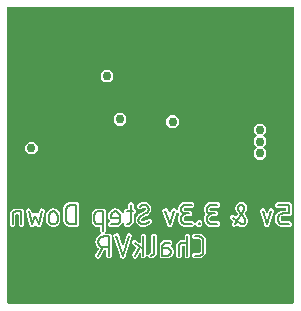
<source format=gbr>
G04 EAGLE Gerber RS-274X export*
G75*
%MOMM*%
%FSLAX34Y34*%
%LPD*%
%INBottom Copper*%
%IPPOS*%
%AMOC8*
5,1,8,0,0,1.08239X$1,22.5*%
G01*
%ADD10C,0.152400*%
%ADD11C,0.756400*%

G36*
X254336Y-34074D02*
X254336Y-34074D01*
X254355Y-34076D01*
X254457Y-34054D01*
X254559Y-34038D01*
X254576Y-34028D01*
X254596Y-34024D01*
X254685Y-33971D01*
X254776Y-33922D01*
X254790Y-33908D01*
X254807Y-33898D01*
X254874Y-33819D01*
X254946Y-33744D01*
X254954Y-33726D01*
X254967Y-33711D01*
X255006Y-33615D01*
X255049Y-33521D01*
X255051Y-33501D01*
X255059Y-33483D01*
X255077Y-33316D01*
X255077Y216316D01*
X255074Y216336D01*
X255076Y216355D01*
X255054Y216457D01*
X255038Y216559D01*
X255028Y216576D01*
X255024Y216596D01*
X254971Y216685D01*
X254922Y216776D01*
X254908Y216790D01*
X254898Y216807D01*
X254819Y216874D01*
X254744Y216946D01*
X254726Y216954D01*
X254711Y216967D01*
X254615Y217006D01*
X254521Y217049D01*
X254501Y217051D01*
X254483Y217059D01*
X254316Y217077D01*
X13184Y217077D01*
X13164Y217074D01*
X13145Y217076D01*
X13043Y217054D01*
X12941Y217038D01*
X12924Y217028D01*
X12904Y217024D01*
X12815Y216971D01*
X12724Y216922D01*
X12710Y216908D01*
X12693Y216898D01*
X12626Y216819D01*
X12554Y216744D01*
X12546Y216726D01*
X12533Y216711D01*
X12494Y216615D01*
X12451Y216521D01*
X12449Y216501D01*
X12441Y216483D01*
X12423Y216316D01*
X12423Y-33316D01*
X12426Y-33336D01*
X12424Y-33355D01*
X12446Y-33457D01*
X12462Y-33559D01*
X12472Y-33576D01*
X12476Y-33596D01*
X12529Y-33685D01*
X12578Y-33776D01*
X12592Y-33790D01*
X12602Y-33807D01*
X12681Y-33874D01*
X12756Y-33946D01*
X12774Y-33954D01*
X12789Y-33967D01*
X12885Y-34006D01*
X12979Y-34049D01*
X12999Y-34051D01*
X13017Y-34059D01*
X13184Y-34077D01*
X254316Y-34077D01*
X254336Y-34074D01*
G37*
%LPC*%
G36*
X87689Y4915D02*
X87689Y4915D01*
X87090Y6712D01*
X89821Y12173D01*
X89845Y12250D01*
X89877Y12324D01*
X89881Y12367D01*
X89894Y12408D01*
X89892Y12489D01*
X89899Y12569D01*
X89889Y12611D01*
X89888Y12654D01*
X89861Y12730D01*
X89842Y12808D01*
X89819Y12845D01*
X89804Y12885D01*
X89754Y12948D01*
X89711Y13017D01*
X89669Y13055D01*
X89651Y13078D01*
X89628Y13093D01*
X89587Y13130D01*
X88289Y14073D01*
X86923Y18277D01*
X88288Y22481D01*
X91833Y25057D01*
X91889Y25113D01*
X91951Y25163D01*
X91975Y25200D01*
X92006Y25232D01*
X92041Y25303D01*
X92084Y25370D01*
X92095Y25413D01*
X92115Y25453D01*
X92125Y25532D01*
X92144Y25609D01*
X92141Y25653D01*
X92147Y25696D01*
X92131Y25775D01*
X92125Y25854D01*
X92108Y25894D01*
X92100Y25938D01*
X92060Y26007D01*
X92029Y26080D01*
X91992Y26126D01*
X91978Y26152D01*
X91957Y26170D01*
X91924Y26211D01*
X91294Y26841D01*
X91294Y30159D01*
X91291Y30179D01*
X91293Y30198D01*
X91271Y30300D01*
X91254Y30402D01*
X91245Y30419D01*
X91241Y30439D01*
X91188Y30528D01*
X91139Y30619D01*
X91125Y30633D01*
X91115Y30650D01*
X91036Y30717D01*
X90961Y30789D01*
X90943Y30797D01*
X90928Y30810D01*
X90831Y30849D01*
X90738Y30892D01*
X90718Y30894D01*
X90700Y30902D01*
X90533Y30920D01*
X88941Y30920D01*
X87727Y30920D01*
X85408Y32259D01*
X84069Y34578D01*
X84069Y40072D01*
X84069Y40073D01*
X84069Y41335D01*
X84069Y42438D01*
X84069Y42597D01*
X84069Y43405D01*
X86996Y46331D01*
X94528Y46331D01*
X95868Y44992D01*
X95868Y26841D01*
X95406Y26379D01*
X95364Y26321D01*
X95314Y26269D01*
X95292Y26222D01*
X95262Y26180D01*
X95241Y26111D01*
X95211Y26046D01*
X95205Y25994D01*
X95190Y25944D01*
X95192Y25873D01*
X95184Y25802D01*
X95195Y25751D01*
X95196Y25699D01*
X95221Y25631D01*
X95236Y25561D01*
X95263Y25516D01*
X95281Y25468D01*
X95325Y25412D01*
X95362Y25350D01*
X95402Y25316D01*
X95434Y25276D01*
X95495Y25237D01*
X95549Y25190D01*
X95597Y25171D01*
X95641Y25143D01*
X95711Y25125D01*
X95777Y25098D01*
X95848Y25090D01*
X95880Y25082D01*
X95903Y25084D01*
X95944Y25080D01*
X99538Y25080D01*
X100877Y23740D01*
X100877Y23085D01*
X100887Y23026D01*
X100877Y22939D01*
X100877Y5590D01*
X99538Y4250D01*
X97643Y4250D01*
X96304Y5590D01*
X96304Y10714D01*
X96300Y10734D01*
X96303Y10753D01*
X96281Y10854D01*
X96264Y10957D01*
X96255Y10974D01*
X96250Y10994D01*
X96197Y11083D01*
X96149Y11174D01*
X96134Y11188D01*
X96124Y11205D01*
X96045Y11272D01*
X95970Y11343D01*
X95952Y11352D01*
X95937Y11365D01*
X95841Y11404D01*
X95747Y11447D01*
X95728Y11449D01*
X95709Y11457D01*
X95542Y11475D01*
X95056Y11475D01*
X94966Y11461D01*
X94877Y11454D01*
X94846Y11441D01*
X94813Y11435D01*
X94733Y11393D01*
X94650Y11358D01*
X94625Y11336D01*
X94595Y11320D01*
X94533Y11255D01*
X94466Y11195D01*
X94443Y11159D01*
X94426Y11142D01*
X94413Y11113D01*
X94375Y11054D01*
X91181Y4667D01*
X89384Y4068D01*
X87689Y4915D01*
G37*
%LPD*%
%LPC*%
G36*
X149132Y31065D02*
X149132Y31065D01*
X149101Y31075D01*
X149033Y31106D01*
X148334Y31339D01*
X148334Y31341D01*
X148277Y31405D01*
X148226Y31475D01*
X148196Y31497D01*
X148171Y31525D01*
X148095Y31574D01*
X147860Y32278D01*
X147845Y32307D01*
X147819Y32378D01*
X147490Y33036D01*
X147491Y33038D01*
X147496Y33124D01*
X147510Y33209D01*
X147503Y33246D01*
X147506Y33284D01*
X147471Y33448D01*
X143880Y44220D01*
X144727Y45914D01*
X146524Y46513D01*
X148219Y45666D01*
X149239Y42605D01*
X149240Y42603D01*
X149240Y42601D01*
X149298Y42493D01*
X149354Y42387D01*
X149355Y42386D01*
X149356Y42384D01*
X149445Y42300D01*
X149531Y42217D01*
X149533Y42216D01*
X149535Y42215D01*
X149646Y42164D01*
X149754Y42113D01*
X149756Y42113D01*
X149758Y42112D01*
X149877Y42099D01*
X149999Y42085D01*
X150001Y42086D01*
X150003Y42085D01*
X150123Y42112D01*
X150239Y42137D01*
X150241Y42138D01*
X150243Y42138D01*
X150346Y42200D01*
X150451Y42262D01*
X150452Y42264D01*
X150454Y42265D01*
X150532Y42357D01*
X150611Y42449D01*
X150612Y42451D01*
X150613Y42452D01*
X150683Y42605D01*
X151704Y45666D01*
X153398Y46513D01*
X155195Y45914D01*
X155525Y45255D01*
X155564Y45201D01*
X155595Y45141D01*
X155636Y45102D01*
X155669Y45055D01*
X155724Y45017D01*
X155771Y44970D01*
X155823Y44946D01*
X155869Y44912D01*
X155933Y44893D01*
X155993Y44864D01*
X156050Y44857D01*
X156105Y44841D01*
X156171Y44843D01*
X156238Y44835D01*
X156293Y44846D01*
X156351Y44848D01*
X156413Y44871D01*
X156478Y44884D01*
X156528Y44913D01*
X156581Y44933D01*
X156633Y44975D01*
X156691Y45008D01*
X156728Y45051D01*
X156773Y45087D01*
X156809Y45143D01*
X156853Y45194D01*
X156875Y45246D01*
X156905Y45294D01*
X156921Y45359D01*
X156947Y45421D01*
X156951Y45478D01*
X156965Y45533D01*
X156959Y45600D01*
X156964Y45666D01*
X156948Y45745D01*
X156945Y45778D01*
X156936Y45804D01*
X156930Y45830D01*
X156923Y45851D01*
X158108Y49496D01*
X161209Y51750D01*
X169492Y51750D01*
X170832Y50410D01*
X170832Y48516D01*
X169492Y47176D01*
X163126Y47176D01*
X163094Y47171D01*
X163007Y47167D01*
X162833Y47139D01*
X162742Y47109D01*
X162650Y47086D01*
X162619Y47069D01*
X162599Y47062D01*
X162573Y47042D01*
X162504Y47003D01*
X162222Y46798D01*
X162200Y46776D01*
X162173Y46759D01*
X162114Y46689D01*
X162049Y46623D01*
X162035Y46595D01*
X162015Y46570D01*
X161946Y46418D01*
X161838Y46086D01*
X161836Y46072D01*
X161830Y46059D01*
X161828Y46042D01*
X161821Y46025D01*
X161814Y45934D01*
X161801Y45843D01*
X161804Y45824D01*
X161803Y45815D01*
X161805Y45802D01*
X161804Y45780D01*
X161838Y45615D01*
X161946Y45283D01*
X161960Y45255D01*
X161968Y45224D01*
X162016Y45147D01*
X162058Y45065D01*
X162081Y45043D01*
X162098Y45016D01*
X162222Y44903D01*
X162504Y44698D01*
X162589Y44655D01*
X162671Y44606D01*
X162705Y44597D01*
X162724Y44587D01*
X162757Y44583D01*
X162833Y44562D01*
X163007Y44534D01*
X163040Y44534D01*
X163126Y44525D01*
X167686Y44525D01*
X169025Y43185D01*
X169025Y41291D01*
X167686Y39951D01*
X165292Y39951D01*
X164029Y39951D01*
X163997Y39946D01*
X163910Y39942D01*
X163457Y39870D01*
X163367Y39840D01*
X163274Y39817D01*
X163243Y39799D01*
X163223Y39793D01*
X163197Y39773D01*
X163128Y39734D01*
X162395Y39201D01*
X162372Y39178D01*
X162345Y39162D01*
X162286Y39091D01*
X162222Y39026D01*
X162208Y38998D01*
X162187Y38973D01*
X162118Y38820D01*
X161838Y37958D01*
X161833Y37926D01*
X161821Y37897D01*
X161815Y37806D01*
X161801Y37715D01*
X161806Y37683D01*
X161804Y37652D01*
X161838Y37487D01*
X162118Y36625D01*
X162133Y36596D01*
X162140Y36565D01*
X162189Y36488D01*
X162231Y36406D01*
X162254Y36384D01*
X162271Y36357D01*
X162395Y36244D01*
X163128Y35711D01*
X163213Y35668D01*
X163295Y35619D01*
X163329Y35610D01*
X163348Y35600D01*
X163381Y35596D01*
X163457Y35575D01*
X163910Y35503D01*
X163943Y35503D01*
X164029Y35494D01*
X169492Y35494D01*
X170933Y34052D01*
X170992Y34011D01*
X171044Y33961D01*
X171091Y33939D01*
X171133Y33909D01*
X171202Y33888D01*
X171267Y33858D01*
X171318Y33852D01*
X171368Y33837D01*
X171440Y33838D01*
X171511Y33830D01*
X171562Y33842D01*
X171614Y33843D01*
X171681Y33868D01*
X171751Y33883D01*
X171796Y33909D01*
X171845Y33927D01*
X171901Y33972D01*
X171963Y34009D01*
X171996Y34048D01*
X172037Y34081D01*
X172076Y34141D01*
X172123Y34196D01*
X172142Y34244D01*
X172170Y34288D01*
X172188Y34357D01*
X172214Y34424D01*
X172222Y34495D01*
X172230Y34526D01*
X172228Y34550D01*
X172233Y34591D01*
X172233Y35057D01*
X173572Y36397D01*
X176370Y36397D01*
X177709Y35057D01*
X177709Y32260D01*
X176370Y30920D01*
X173572Y30920D01*
X172071Y32422D01*
X172054Y32434D01*
X172042Y32449D01*
X171955Y32505D01*
X171871Y32566D01*
X171852Y32572D01*
X171835Y32582D01*
X171735Y32608D01*
X171636Y32638D01*
X171616Y32638D01*
X171597Y32642D01*
X171494Y32634D01*
X171390Y32632D01*
X171371Y32625D01*
X171351Y32623D01*
X171256Y32583D01*
X171159Y32547D01*
X171143Y32535D01*
X171125Y32527D01*
X170994Y32422D01*
X169492Y30920D01*
X161819Y30920D01*
X158243Y33518D01*
X156877Y37723D01*
X158144Y41623D01*
X158149Y41654D01*
X158161Y41684D01*
X158168Y41775D01*
X158182Y41866D01*
X158176Y41897D01*
X158178Y41929D01*
X158144Y42093D01*
X157472Y44163D01*
X157469Y44168D01*
X157469Y44173D01*
X157413Y44277D01*
X157359Y44382D01*
X157355Y44385D01*
X157353Y44390D01*
X157267Y44471D01*
X157182Y44553D01*
X157178Y44555D01*
X157174Y44559D01*
X157067Y44608D01*
X156960Y44659D01*
X156955Y44659D01*
X156951Y44662D01*
X156834Y44674D01*
X156716Y44688D01*
X156711Y44687D01*
X156706Y44688D01*
X156589Y44662D01*
X156475Y44639D01*
X156471Y44636D01*
X156466Y44635D01*
X156364Y44574D01*
X156263Y44515D01*
X156260Y44511D01*
X156255Y44508D01*
X156177Y44417D01*
X156101Y44329D01*
X156099Y44325D01*
X156096Y44321D01*
X156026Y44169D01*
X152452Y33448D01*
X152446Y33411D01*
X152432Y33376D01*
X152427Y33290D01*
X152413Y33205D01*
X152419Y33168D01*
X152417Y33130D01*
X152436Y33042D01*
X152103Y32378D01*
X152094Y32347D01*
X152062Y32278D01*
X151829Y31580D01*
X151828Y31579D01*
X151763Y31522D01*
X151693Y31472D01*
X151671Y31441D01*
X151643Y31416D01*
X151595Y31341D01*
X150890Y31106D01*
X150861Y31091D01*
X150790Y31065D01*
X150132Y30736D01*
X150130Y30736D01*
X150044Y30742D01*
X149959Y30755D01*
X149922Y30749D01*
X149885Y30752D01*
X149797Y30733D01*
X149132Y31065D01*
G37*
%LPD*%
%LPC*%
G36*
X99550Y30920D02*
X99550Y30920D01*
X98211Y32260D01*
X98211Y34154D01*
X99434Y35378D01*
X99446Y35394D01*
X99462Y35407D01*
X99518Y35494D01*
X99578Y35578D01*
X99584Y35597D01*
X99595Y35614D01*
X99620Y35714D01*
X99650Y35813D01*
X99650Y35833D01*
X99655Y35852D01*
X99647Y35955D01*
X99644Y36059D01*
X99637Y36078D01*
X99636Y36097D01*
X99595Y36192D01*
X99560Y36290D01*
X99547Y36305D01*
X99539Y36324D01*
X99434Y36455D01*
X98211Y37678D01*
X98211Y42349D01*
X100464Y45450D01*
X104110Y46635D01*
X107756Y45450D01*
X109837Y42586D01*
X109842Y42580D01*
X109846Y42573D01*
X109930Y42494D01*
X110012Y42413D01*
X110019Y42409D01*
X110025Y42404D01*
X110130Y42355D01*
X110232Y42304D01*
X110240Y42303D01*
X110248Y42300D01*
X110362Y42287D01*
X110476Y42272D01*
X110484Y42274D01*
X110492Y42273D01*
X110604Y42297D01*
X110718Y42319D01*
X110725Y42323D01*
X110732Y42325D01*
X110831Y42384D01*
X110931Y42441D01*
X110937Y42447D01*
X110944Y42451D01*
X111018Y42539D01*
X111095Y42625D01*
X111098Y42632D01*
X111103Y42638D01*
X111147Y42746D01*
X111192Y42851D01*
X111192Y42859D01*
X111195Y42866D01*
X111214Y43033D01*
X111214Y44992D01*
X112553Y46331D01*
X114065Y46331D01*
X114085Y46334D01*
X114104Y46332D01*
X114206Y46354D01*
X114308Y46371D01*
X114325Y46380D01*
X114345Y46384D01*
X114434Y46438D01*
X114525Y46486D01*
X114539Y46500D01*
X114556Y46511D01*
X114623Y46589D01*
X114695Y46664D01*
X114703Y46682D01*
X114716Y46697D01*
X114755Y46794D01*
X114798Y46887D01*
X114800Y46907D01*
X114808Y46926D01*
X114826Y47092D01*
X114826Y50410D01*
X116166Y51750D01*
X118060Y51750D01*
X119400Y50410D01*
X119400Y47092D01*
X119403Y47073D01*
X119401Y47053D01*
X119423Y46951D01*
X119439Y46850D01*
X119449Y46832D01*
X119453Y46812D01*
X119506Y46723D01*
X119555Y46632D01*
X119569Y46618D01*
X119579Y46601D01*
X119658Y46534D01*
X119733Y46463D01*
X119736Y46461D01*
X121206Y44992D01*
X121206Y43097D01*
X119724Y41615D01*
X119701Y41603D01*
X119687Y41588D01*
X119670Y41578D01*
X119603Y41499D01*
X119531Y41424D01*
X119523Y41406D01*
X119510Y41391D01*
X119471Y41295D01*
X119428Y41201D01*
X119426Y41182D01*
X119418Y41163D01*
X119400Y40996D01*
X119400Y34578D01*
X118061Y32259D01*
X115742Y30920D01*
X112553Y30920D01*
X111214Y32260D01*
X111214Y33824D01*
X111206Y33871D01*
X111208Y33919D01*
X111186Y33992D01*
X111174Y34066D01*
X111152Y34109D01*
X111138Y34155D01*
X111094Y34217D01*
X111059Y34284D01*
X111024Y34317D01*
X110997Y34356D01*
X110936Y34401D01*
X110881Y34453D01*
X110837Y34473D01*
X110799Y34502D01*
X110726Y34525D01*
X110658Y34557D01*
X110610Y34562D01*
X110564Y34577D01*
X110488Y34575D01*
X110413Y34584D01*
X110366Y34574D01*
X110318Y34573D01*
X110247Y34548D01*
X110173Y34532D01*
X110132Y34507D01*
X110086Y34491D01*
X110027Y34444D01*
X109962Y34405D01*
X109931Y34369D01*
X109893Y34339D01*
X109816Y34236D01*
X109802Y34218D01*
X109799Y34212D01*
X109793Y34204D01*
X108670Y32259D01*
X106352Y30920D01*
X99550Y30920D01*
G37*
%LPD*%
%LPC*%
G36*
X224302Y87693D02*
X224302Y87693D01*
X221193Y90802D01*
X221193Y95198D01*
X223457Y97462D01*
X223468Y97478D01*
X223484Y97490D01*
X223540Y97578D01*
X223600Y97661D01*
X223606Y97680D01*
X223617Y97697D01*
X223642Y97798D01*
X223673Y97897D01*
X223672Y97916D01*
X223677Y97936D01*
X223669Y98039D01*
X223666Y98142D01*
X223660Y98161D01*
X223658Y98181D01*
X223618Y98276D01*
X223582Y98373D01*
X223569Y98389D01*
X223562Y98407D01*
X223457Y98538D01*
X221193Y100802D01*
X221193Y105198D01*
X223457Y107462D01*
X223468Y107478D01*
X223484Y107490D01*
X223540Y107578D01*
X223600Y107661D01*
X223606Y107680D01*
X223617Y107697D01*
X223642Y107798D01*
X223673Y107897D01*
X223672Y107916D01*
X223677Y107936D01*
X223669Y108039D01*
X223666Y108142D01*
X223660Y108161D01*
X223658Y108181D01*
X223618Y108276D01*
X223582Y108373D01*
X223569Y108389D01*
X223562Y108407D01*
X223457Y108538D01*
X221193Y110802D01*
X221193Y115198D01*
X224302Y118307D01*
X228698Y118307D01*
X231807Y115198D01*
X231807Y110802D01*
X229543Y108538D01*
X229532Y108522D01*
X229516Y108510D01*
X229460Y108422D01*
X229400Y108339D01*
X229394Y108320D01*
X229383Y108303D01*
X229358Y108202D01*
X229327Y108103D01*
X229328Y108084D01*
X229323Y108064D01*
X229331Y107961D01*
X229334Y107858D01*
X229340Y107839D01*
X229342Y107819D01*
X229382Y107724D01*
X229418Y107627D01*
X229431Y107611D01*
X229438Y107593D01*
X229543Y107462D01*
X231807Y105198D01*
X231807Y100802D01*
X229543Y98538D01*
X229532Y98522D01*
X229516Y98510D01*
X229460Y98422D01*
X229400Y98339D01*
X229394Y98320D01*
X229383Y98303D01*
X229358Y98202D01*
X229327Y98103D01*
X229328Y98084D01*
X229323Y98064D01*
X229331Y97961D01*
X229334Y97858D01*
X229340Y97839D01*
X229342Y97819D01*
X229382Y97724D01*
X229418Y97627D01*
X229431Y97611D01*
X229438Y97593D01*
X229543Y97462D01*
X231807Y95198D01*
X231807Y90802D01*
X228698Y87693D01*
X224302Y87693D01*
G37*
%LPD*%
%LPC*%
G36*
X118699Y4959D02*
X118699Y4959D01*
X118141Y6770D01*
X121473Y13062D01*
X121500Y13142D01*
X121534Y13218D01*
X121538Y13257D01*
X121551Y13295D01*
X121551Y13379D01*
X121560Y13462D01*
X121551Y13501D01*
X121551Y13541D01*
X121525Y13621D01*
X121506Y13702D01*
X121486Y13737D01*
X121473Y13775D01*
X121422Y13841D01*
X121379Y13913D01*
X121341Y13948D01*
X121324Y13971D01*
X121300Y13987D01*
X121257Y14028D01*
X118476Y16113D01*
X118208Y17989D01*
X119345Y19504D01*
X121220Y19772D01*
X124326Y17443D01*
X124342Y17434D01*
X124354Y17422D01*
X124450Y17378D01*
X124544Y17329D01*
X124561Y17326D01*
X124578Y17318D01*
X124682Y17307D01*
X124787Y17290D01*
X124804Y17293D01*
X124822Y17291D01*
X124925Y17314D01*
X125029Y17331D01*
X125045Y17340D01*
X125062Y17344D01*
X125153Y17398D01*
X125246Y17448D01*
X125258Y17461D01*
X125273Y17470D01*
X125342Y17550D01*
X125414Y17627D01*
X125422Y17643D01*
X125433Y17657D01*
X125473Y17755D01*
X125517Y17851D01*
X125519Y17868D01*
X125525Y17885D01*
X125544Y18052D01*
X125544Y23740D01*
X126883Y25080D01*
X128778Y25080D01*
X130117Y23740D01*
X130117Y12172D01*
X130123Y12140D01*
X130125Y12065D01*
X130229Y11336D01*
X130228Y11335D01*
X130195Y11255D01*
X130156Y11178D01*
X130150Y11141D01*
X130136Y11106D01*
X130117Y10940D01*
X130117Y7815D01*
X130129Y7744D01*
X130131Y7673D01*
X130149Y7624D01*
X130157Y7572D01*
X130191Y7509D01*
X130215Y7442D01*
X130248Y7401D01*
X130272Y7355D01*
X130324Y7306D01*
X130369Y7250D01*
X130413Y7222D01*
X130450Y7186D01*
X130515Y7156D01*
X130576Y7117D01*
X130626Y7104D01*
X130673Y7082D01*
X130745Y7074D01*
X130814Y7057D01*
X130866Y7061D01*
X130918Y7055D01*
X130988Y7070D01*
X131059Y7076D01*
X131107Y7096D01*
X131158Y7107D01*
X131220Y7144D01*
X131286Y7172D01*
X131342Y7217D01*
X131369Y7233D01*
X131385Y7251D01*
X131417Y7277D01*
X132964Y8824D01*
X133572Y8824D01*
X133592Y8827D01*
X133612Y8825D01*
X133713Y8847D01*
X133815Y8863D01*
X133832Y8873D01*
X133852Y8877D01*
X133941Y8930D01*
X134032Y8979D01*
X134046Y8993D01*
X134063Y9003D01*
X134130Y9082D01*
X134202Y9157D01*
X134210Y9175D01*
X134223Y9190D01*
X134262Y9286D01*
X134305Y9380D01*
X134307Y9400D01*
X134315Y9418D01*
X134333Y9585D01*
X134333Y23740D01*
X135673Y25080D01*
X137567Y25080D01*
X138907Y23740D01*
X138907Y7908D01*
X137568Y5589D01*
X135249Y4250D01*
X132964Y4250D01*
X131409Y5805D01*
X131393Y5817D01*
X131380Y5832D01*
X131293Y5888D01*
X131209Y5948D01*
X131190Y5954D01*
X131173Y5965D01*
X131073Y5990D01*
X130974Y6021D01*
X130954Y6020D01*
X130935Y6025D01*
X130832Y6017D01*
X130728Y6014D01*
X130709Y6008D01*
X130690Y6006D01*
X130595Y5966D01*
X130497Y5930D01*
X130482Y5917D01*
X130463Y5910D01*
X130332Y5805D01*
X128778Y4250D01*
X126883Y4250D01*
X125544Y5590D01*
X125544Y7912D01*
X125534Y7973D01*
X125534Y8035D01*
X125514Y8094D01*
X125504Y8155D01*
X125475Y8210D01*
X125455Y8268D01*
X125418Y8318D01*
X125389Y8373D01*
X125344Y8415D01*
X125307Y8464D01*
X125256Y8499D01*
X125211Y8542D01*
X125154Y8568D01*
X125103Y8603D01*
X125044Y8619D01*
X124988Y8646D01*
X124926Y8652D01*
X124866Y8669D01*
X124805Y8666D01*
X124743Y8673D01*
X124683Y8659D01*
X124621Y8656D01*
X124563Y8634D01*
X124503Y8620D01*
X124450Y8589D01*
X124392Y8566D01*
X124345Y8526D01*
X124292Y8494D01*
X124251Y8447D01*
X124204Y8407D01*
X124153Y8332D01*
X124132Y8307D01*
X124125Y8291D01*
X124110Y8269D01*
X122183Y4630D01*
X120373Y4073D01*
X118699Y4959D01*
G37*
%LPD*%
%LPC*%
G36*
X64772Y30920D02*
X64772Y30920D01*
X61615Y32743D01*
X59793Y35900D01*
X59793Y46770D01*
X61615Y49927D01*
X64772Y51750D01*
X72058Y51750D01*
X73397Y50410D01*
X73397Y32260D01*
X72058Y30920D01*
X67857Y30920D01*
X64772Y30920D01*
G37*
%LPD*%
%LPC*%
G36*
X203083Y31777D02*
X203083Y31777D01*
X202663Y33624D01*
X203418Y34823D01*
X203463Y34930D01*
X203511Y35036D01*
X203511Y35043D01*
X203514Y35050D01*
X203523Y35166D01*
X203534Y35281D01*
X203532Y35288D01*
X203533Y35295D01*
X203504Y35407D01*
X203478Y35520D01*
X203474Y35527D01*
X203472Y35534D01*
X203409Y35631D01*
X203348Y35729D01*
X203341Y35735D01*
X203338Y35740D01*
X203322Y35753D01*
X203224Y35843D01*
X201181Y37342D01*
X200893Y39214D01*
X202013Y40742D01*
X203885Y41030D01*
X205580Y39787D01*
X205622Y39765D01*
X205659Y39736D01*
X205731Y39710D01*
X205799Y39675D01*
X205846Y39668D01*
X205890Y39652D01*
X205967Y39651D01*
X206043Y39639D01*
X206089Y39648D01*
X206136Y39647D01*
X206209Y39670D01*
X206285Y39683D01*
X206326Y39706D01*
X206371Y39720D01*
X206433Y39765D01*
X206500Y39802D01*
X206532Y39836D01*
X206570Y39864D01*
X206653Y39968D01*
X206667Y39983D01*
X206669Y39988D01*
X206675Y39995D01*
X207599Y41463D01*
X207640Y41560D01*
X207686Y41656D01*
X207688Y41673D01*
X207694Y41689D01*
X207702Y41795D01*
X207715Y41901D01*
X207712Y41917D01*
X207713Y41934D01*
X207686Y42038D01*
X207665Y42141D01*
X207655Y42160D01*
X207652Y42173D01*
X207635Y42199D01*
X207588Y42290D01*
X207031Y43126D01*
X206976Y43185D01*
X206929Y43249D01*
X206893Y43274D01*
X206892Y43275D01*
X206347Y44151D01*
X206341Y44158D01*
X206334Y44171D01*
X205764Y45027D01*
X205757Y45064D01*
X205732Y45117D01*
X205723Y45145D01*
X205707Y45168D01*
X205685Y45216D01*
X205355Y45746D01*
X205911Y49365D01*
X208691Y51750D01*
X212353Y51750D01*
X215132Y49365D01*
X215688Y45746D01*
X215383Y45255D01*
X215367Y45218D01*
X214719Y44188D01*
X214719Y44187D01*
X214717Y44185D01*
X214083Y43166D01*
X214047Y43120D01*
X213574Y42369D01*
X213532Y42271D01*
X213486Y42175D01*
X213484Y42158D01*
X213478Y42142D01*
X213470Y42036D01*
X213457Y41930D01*
X213461Y41914D01*
X213459Y41897D01*
X213486Y41794D01*
X213507Y41690D01*
X213517Y41671D01*
X213520Y41658D01*
X213537Y41632D01*
X213584Y41541D01*
X215538Y38610D01*
X215549Y38598D01*
X215563Y38575D01*
X216421Y37431D01*
X216421Y34578D01*
X215082Y32259D01*
X212763Y30920D01*
X209910Y30920D01*
X208712Y31819D01*
X208709Y31820D01*
X208705Y31824D01*
X208153Y32229D01*
X208111Y32250D01*
X208074Y32279D01*
X208002Y32306D01*
X207933Y32340D01*
X207887Y32347D01*
X207843Y32363D01*
X207766Y32365D01*
X207690Y32376D01*
X207644Y32368D01*
X207597Y32369D01*
X207524Y32346D01*
X207448Y32333D01*
X207407Y32310D01*
X207362Y32296D01*
X207300Y32251D01*
X207232Y32214D01*
X207201Y32179D01*
X207163Y32152D01*
X207080Y32048D01*
X207066Y32033D01*
X207064Y32027D01*
X207058Y32021D01*
X206533Y31187D01*
X204686Y30767D01*
X203083Y31777D01*
G37*
%LPD*%
%LPC*%
G36*
X243870Y30920D02*
X243870Y30920D01*
X241132Y32501D01*
X239551Y35239D01*
X239551Y40206D01*
X241132Y42944D01*
X243870Y44525D01*
X247821Y44525D01*
X247841Y44528D01*
X247861Y44526D01*
X247962Y44548D01*
X248064Y44565D01*
X248082Y44574D01*
X248101Y44578D01*
X248190Y44631D01*
X248281Y44680D01*
X248295Y44694D01*
X248312Y44704D01*
X248380Y44783D01*
X248451Y44858D01*
X248459Y44876D01*
X248472Y44891D01*
X248511Y44987D01*
X248554Y45081D01*
X248557Y45101D01*
X248564Y45119D01*
X248582Y45286D01*
X248582Y46415D01*
X248579Y46435D01*
X248581Y46454D01*
X248559Y46556D01*
X248543Y46658D01*
X248533Y46675D01*
X248529Y46695D01*
X248476Y46784D01*
X248428Y46875D01*
X248413Y46889D01*
X248403Y46906D01*
X248324Y46973D01*
X248249Y47045D01*
X248231Y47053D01*
X248216Y47066D01*
X248120Y47105D01*
X248026Y47148D01*
X248006Y47150D01*
X247988Y47158D01*
X247821Y47176D01*
X240891Y47176D01*
X239551Y48516D01*
X239551Y50410D01*
X240891Y51750D01*
X251816Y51750D01*
X253156Y50410D01*
X253156Y41291D01*
X251816Y39951D01*
X245451Y39951D01*
X245419Y39946D01*
X245351Y39945D01*
X245205Y39926D01*
X245142Y39907D01*
X245077Y39897D01*
X245001Y39864D01*
X244970Y39855D01*
X244954Y39843D01*
X244924Y39830D01*
X244671Y39684D01*
X244582Y39611D01*
X244581Y39610D01*
X244579Y39609D01*
X244577Y39607D01*
X244492Y39541D01*
X244486Y39532D01*
X244480Y39528D01*
X244469Y39509D01*
X244417Y39439D01*
X244409Y39431D01*
X244406Y39425D01*
X244392Y39405D01*
X244246Y39152D01*
X244223Y39091D01*
X244191Y39034D01*
X244171Y38953D01*
X244159Y38922D01*
X244158Y38903D01*
X244151Y38871D01*
X244131Y38725D01*
X244132Y38693D01*
X244125Y38626D01*
X244125Y36819D01*
X244130Y36788D01*
X244131Y36720D01*
X244151Y36574D01*
X244170Y36511D01*
X244179Y36446D01*
X244212Y36370D01*
X244222Y36339D01*
X244233Y36323D01*
X244246Y36293D01*
X244392Y36040D01*
X244465Y35951D01*
X244536Y35860D01*
X244544Y35854D01*
X244548Y35849D01*
X244567Y35837D01*
X244671Y35761D01*
X244924Y35615D01*
X244985Y35592D01*
X245042Y35560D01*
X245123Y35540D01*
X245154Y35528D01*
X245173Y35527D01*
X245205Y35519D01*
X245351Y35500D01*
X245383Y35501D01*
X245451Y35494D01*
X251816Y35494D01*
X253156Y34154D01*
X253156Y32260D01*
X251816Y30920D01*
X243870Y30920D01*
G37*
%LPD*%
%LPC*%
G36*
X183703Y30920D02*
X183703Y30920D01*
X180127Y33518D01*
X178761Y37723D01*
X180028Y41623D01*
X180033Y41654D01*
X180045Y41684D01*
X180051Y41775D01*
X180065Y41866D01*
X180060Y41897D01*
X180062Y41929D01*
X180028Y42093D01*
X178807Y45851D01*
X179992Y49496D01*
X183093Y51750D01*
X191376Y51750D01*
X192715Y50410D01*
X192715Y48516D01*
X191376Y47176D01*
X185010Y47176D01*
X184977Y47171D01*
X184891Y47167D01*
X184716Y47139D01*
X184626Y47109D01*
X184534Y47086D01*
X184503Y47069D01*
X184483Y47062D01*
X184457Y47042D01*
X184388Y47003D01*
X184106Y46798D01*
X184083Y46776D01*
X184056Y46759D01*
X183997Y46689D01*
X183933Y46623D01*
X183919Y46595D01*
X183898Y46570D01*
X183829Y46418D01*
X183721Y46086D01*
X183719Y46072D01*
X183713Y46059D01*
X183712Y46042D01*
X183704Y46025D01*
X183698Y45934D01*
X183684Y45843D01*
X183687Y45824D01*
X183686Y45815D01*
X183689Y45802D01*
X183688Y45780D01*
X183721Y45615D01*
X183829Y45283D01*
X183844Y45255D01*
X183851Y45224D01*
X183900Y45147D01*
X183942Y45065D01*
X183965Y45043D01*
X183982Y45016D01*
X184106Y44903D01*
X184388Y44698D01*
X184473Y44655D01*
X184555Y44606D01*
X184589Y44597D01*
X184608Y44587D01*
X184640Y44583D01*
X184716Y44562D01*
X184891Y44534D01*
X184924Y44534D01*
X185010Y44525D01*
X189570Y44525D01*
X190909Y43185D01*
X190909Y41291D01*
X189570Y39951D01*
X187176Y39951D01*
X187175Y39951D01*
X185913Y39951D01*
X185881Y39946D01*
X185794Y39942D01*
X185341Y39870D01*
X185250Y39840D01*
X185158Y39817D01*
X185127Y39799D01*
X185107Y39793D01*
X185081Y39773D01*
X185012Y39734D01*
X184278Y39201D01*
X184256Y39178D01*
X184229Y39162D01*
X184170Y39091D01*
X184105Y39026D01*
X184091Y38998D01*
X184071Y38973D01*
X184002Y38820D01*
X183722Y37958D01*
X183717Y37926D01*
X183705Y37897D01*
X183698Y37806D01*
X183684Y37715D01*
X183690Y37683D01*
X183688Y37652D01*
X183722Y37487D01*
X184002Y36625D01*
X184016Y36596D01*
X184024Y36565D01*
X184072Y36488D01*
X184115Y36406D01*
X184137Y36384D01*
X184154Y36357D01*
X184278Y36244D01*
X185012Y35711D01*
X185097Y35668D01*
X185179Y35619D01*
X185213Y35610D01*
X185232Y35600D01*
X185265Y35596D01*
X185341Y35575D01*
X185794Y35503D01*
X185827Y35503D01*
X185913Y35494D01*
X191376Y35494D01*
X192715Y34154D01*
X192715Y32260D01*
X191376Y30920D01*
X183703Y30920D01*
G37*
%LPD*%
%LPC*%
G36*
X125594Y30920D02*
X125594Y30920D01*
X122856Y32501D01*
X121275Y35239D01*
X121275Y38401D01*
X122845Y41147D01*
X123170Y41339D01*
X123231Y41390D01*
X123297Y41433D01*
X123325Y41468D01*
X123333Y41475D01*
X124229Y41964D01*
X124237Y41970D01*
X124251Y41976D01*
X125133Y42496D01*
X125175Y42501D01*
X125230Y42523D01*
X125259Y42530D01*
X125282Y42545D01*
X125330Y42564D01*
X129161Y44654D01*
X129187Y44674D01*
X129264Y44722D01*
X129383Y44814D01*
X129426Y44861D01*
X129477Y44901D01*
X129527Y44971D01*
X129550Y44995D01*
X129557Y45012D01*
X129576Y45037D01*
X129734Y45313D01*
X129756Y45374D01*
X129788Y45430D01*
X129808Y45513D01*
X129820Y45544D01*
X129820Y45562D01*
X129828Y45593D01*
X129848Y45752D01*
X129848Y45767D01*
X129852Y45782D01*
X129851Y45816D01*
X129855Y45850D01*
X129855Y45851D01*
X129851Y45873D01*
X129853Y45893D01*
X129849Y45913D01*
X129848Y45950D01*
X129829Y46096D01*
X129810Y46159D01*
X129801Y46224D01*
X129768Y46300D01*
X129758Y46332D01*
X129747Y46347D01*
X129734Y46377D01*
X129588Y46630D01*
X129515Y46719D01*
X129444Y46810D01*
X129436Y46815D01*
X129432Y46821D01*
X129413Y46833D01*
X129309Y46909D01*
X129056Y47055D01*
X128995Y47078D01*
X128938Y47110D01*
X128857Y47130D01*
X128826Y47142D01*
X128806Y47143D01*
X128775Y47150D01*
X128629Y47170D01*
X128616Y47169D01*
X128468Y47174D01*
X127871Y47126D01*
X127864Y47124D01*
X127856Y47124D01*
X127692Y47089D01*
X126559Y46712D01*
X126552Y46708D01*
X126545Y46707D01*
X126394Y46633D01*
X125888Y46314D01*
X125871Y46299D01*
X125837Y46279D01*
X125079Y45711D01*
X123204Y45978D01*
X122067Y47494D01*
X122335Y49369D01*
X123093Y49938D01*
X124269Y50820D01*
X127059Y51750D01*
X130110Y51750D01*
X132848Y50169D01*
X134428Y47431D01*
X134428Y44269D01*
X132859Y41523D01*
X132533Y41331D01*
X132473Y41280D01*
X132407Y41237D01*
X132379Y41202D01*
X132371Y41195D01*
X131475Y40706D01*
X131467Y40700D01*
X131453Y40694D01*
X130571Y40174D01*
X130529Y40169D01*
X130474Y40147D01*
X130444Y40140D01*
X130421Y40125D01*
X130374Y40106D01*
X126543Y38016D01*
X126517Y37996D01*
X126439Y37948D01*
X126321Y37856D01*
X126277Y37809D01*
X126227Y37769D01*
X126176Y37699D01*
X126154Y37675D01*
X126146Y37658D01*
X126128Y37633D01*
X125970Y37356D01*
X125947Y37296D01*
X125916Y37240D01*
X125896Y37157D01*
X125884Y37126D01*
X125883Y37107D01*
X125876Y37077D01*
X125855Y36918D01*
X125856Y36903D01*
X125852Y36888D01*
X125855Y36720D01*
X125875Y36574D01*
X125893Y36511D01*
X125903Y36446D01*
X125936Y36370D01*
X125946Y36339D01*
X125957Y36323D01*
X125970Y36293D01*
X126116Y36040D01*
X126189Y35951D01*
X126260Y35860D01*
X126268Y35854D01*
X126272Y35849D01*
X126291Y35837D01*
X126395Y35761D01*
X126648Y35615D01*
X126709Y35592D01*
X126766Y35560D01*
X126847Y35540D01*
X126878Y35528D01*
X126897Y35527D01*
X126929Y35519D01*
X127075Y35500D01*
X127079Y35500D01*
X127082Y35499D01*
X127249Y35497D01*
X128148Y35586D01*
X128176Y35594D01*
X128205Y35594D01*
X128366Y35641D01*
X130026Y36333D01*
X130050Y36348D01*
X130078Y36357D01*
X130218Y36449D01*
X130914Y37024D01*
X130931Y37044D01*
X130969Y37075D01*
X131636Y37747D01*
X133531Y37755D01*
X134876Y36422D01*
X134884Y34527D01*
X134217Y33855D01*
X132820Y32446D01*
X129158Y30920D01*
X125594Y30920D01*
G37*
%LPD*%
%LPC*%
G36*
X156821Y4250D02*
X156821Y4250D01*
X155482Y5590D01*
X155482Y13402D01*
X155481Y13403D01*
X155482Y14665D01*
X155482Y15753D01*
X155482Y15927D01*
X155482Y16735D01*
X158408Y19661D01*
X161945Y19661D01*
X161965Y19664D01*
X161985Y19662D01*
X162086Y19684D01*
X162188Y19701D01*
X162205Y19710D01*
X162225Y19714D01*
X162314Y19768D01*
X162405Y19816D01*
X162419Y19830D01*
X162436Y19841D01*
X162503Y19919D01*
X162575Y19994D01*
X162583Y20012D01*
X162596Y20027D01*
X162635Y20124D01*
X162678Y20217D01*
X162680Y20237D01*
X162688Y20256D01*
X162706Y20422D01*
X162706Y23740D01*
X164046Y25080D01*
X165940Y25080D01*
X167280Y23740D01*
X167280Y5590D01*
X165940Y4250D01*
X164046Y4250D01*
X162706Y5590D01*
X162706Y14326D01*
X162703Y14346D01*
X162705Y14366D01*
X162683Y14467D01*
X162667Y14569D01*
X162657Y14587D01*
X162653Y14606D01*
X162600Y14695D01*
X162552Y14786D01*
X162537Y14800D01*
X162527Y14817D01*
X162448Y14885D01*
X162373Y14956D01*
X162355Y14964D01*
X162340Y14977D01*
X162244Y15016D01*
X162150Y15059D01*
X162130Y15062D01*
X162112Y15069D01*
X161945Y15088D01*
X160816Y15088D01*
X160797Y15084D01*
X160777Y15087D01*
X160676Y15065D01*
X160574Y15048D01*
X160556Y15039D01*
X160536Y15034D01*
X160447Y14981D01*
X160356Y14933D01*
X160342Y14918D01*
X160325Y14908D01*
X160258Y14829D01*
X160187Y14754D01*
X160178Y14736D01*
X160165Y14721D01*
X160127Y14625D01*
X160083Y14531D01*
X160081Y14512D01*
X160073Y14493D01*
X160055Y14326D01*
X160055Y5590D01*
X158715Y4250D01*
X156821Y4250D01*
G37*
%LPD*%
%LPC*%
G36*
X109490Y4395D02*
X109490Y4395D01*
X109459Y4405D01*
X109390Y4436D01*
X108692Y4669D01*
X108691Y4671D01*
X108634Y4735D01*
X108584Y4805D01*
X108553Y4827D01*
X108528Y4855D01*
X108453Y4904D01*
X108218Y5608D01*
X108203Y5637D01*
X108177Y5708D01*
X107847Y6366D01*
X107848Y6368D01*
X107853Y6454D01*
X107867Y6539D01*
X107861Y6576D01*
X107863Y6614D01*
X107828Y6778D01*
X102431Y22968D01*
X103278Y24663D01*
X105076Y25262D01*
X106770Y24415D01*
X109597Y15935D01*
X109598Y15933D01*
X109598Y15931D01*
X109655Y15823D01*
X109711Y15717D01*
X109713Y15716D01*
X109714Y15714D01*
X109803Y15630D01*
X109889Y15547D01*
X109891Y15546D01*
X109892Y15545D01*
X110003Y15494D01*
X110112Y15443D01*
X110114Y15443D01*
X110116Y15442D01*
X110235Y15429D01*
X110356Y15415D01*
X110358Y15416D01*
X110360Y15415D01*
X110480Y15442D01*
X110597Y15467D01*
X110598Y15468D01*
X110601Y15468D01*
X110704Y15531D01*
X110808Y15592D01*
X110810Y15594D01*
X110811Y15595D01*
X110890Y15688D01*
X110968Y15779D01*
X110969Y15781D01*
X110971Y15783D01*
X111041Y15935D01*
X113868Y24415D01*
X115562Y25262D01*
X117359Y24663D01*
X118206Y22968D01*
X116700Y18451D01*
X116700Y18450D01*
X116700Y18449D01*
X116698Y18436D01*
X116690Y18419D01*
X112809Y6778D01*
X112803Y6741D01*
X112789Y6706D01*
X112784Y6620D01*
X112770Y6535D01*
X112777Y6498D01*
X112774Y6460D01*
X112793Y6372D01*
X112461Y5708D01*
X112451Y5677D01*
X112420Y5608D01*
X112187Y4910D01*
X112185Y4909D01*
X112120Y4852D01*
X112051Y4802D01*
X112029Y4771D01*
X112001Y4746D01*
X111952Y4671D01*
X111247Y4436D01*
X111218Y4421D01*
X111148Y4395D01*
X110489Y4066D01*
X110488Y4066D01*
X110402Y4072D01*
X110317Y4085D01*
X110280Y4079D01*
X110242Y4082D01*
X110154Y4063D01*
X109490Y4395D01*
G37*
%LPD*%
%LPC*%
G36*
X33729Y30737D02*
X33729Y30737D01*
X33709Y30747D01*
X33609Y30761D01*
X33510Y30781D01*
X33487Y30778D01*
X33465Y30781D01*
X33301Y30759D01*
X32727Y31103D01*
X32699Y31114D01*
X32602Y31163D01*
X31975Y31399D01*
X31964Y31415D01*
X31956Y31437D01*
X31896Y31517D01*
X31840Y31601D01*
X31822Y31615D01*
X31808Y31633D01*
X31676Y31733D01*
X31514Y32383D01*
X31502Y32410D01*
X31468Y32513D01*
X31191Y33123D01*
X31195Y33143D01*
X31205Y33163D01*
X31219Y33263D01*
X31239Y33362D01*
X31236Y33385D01*
X31239Y33407D01*
X31216Y33573D01*
X28508Y44409D01*
X29482Y46033D01*
X31320Y46492D01*
X32944Y45518D01*
X33636Y42752D01*
X33661Y42694D01*
X33676Y42633D01*
X33709Y42582D01*
X33733Y42527D01*
X33775Y42480D01*
X33810Y42426D01*
X33857Y42389D01*
X33898Y42344D01*
X33953Y42313D01*
X34002Y42273D01*
X34059Y42252D01*
X34112Y42223D01*
X34174Y42211D01*
X34233Y42189D01*
X34294Y42188D01*
X34353Y42176D01*
X34416Y42185D01*
X34479Y42183D01*
X34564Y42205D01*
X34597Y42209D01*
X34613Y42217D01*
X34642Y42224D01*
X35475Y42537D01*
X35491Y42546D01*
X35522Y42556D01*
X36340Y42928D01*
X36348Y42926D01*
X36399Y42933D01*
X37227Y42556D01*
X37245Y42551D01*
X37274Y42537D01*
X38107Y42224D01*
X38169Y42212D01*
X38228Y42190D01*
X38289Y42188D01*
X38348Y42176D01*
X38411Y42184D01*
X38474Y42182D01*
X38532Y42200D01*
X38592Y42208D01*
X38649Y42235D01*
X38710Y42254D01*
X38759Y42289D01*
X38814Y42315D01*
X38859Y42360D01*
X38910Y42396D01*
X38946Y42445D01*
X38989Y42488D01*
X39018Y42544D01*
X39055Y42595D01*
X39085Y42678D01*
X39100Y42707D01*
X39103Y42725D01*
X39113Y42752D01*
X39804Y45518D01*
X41429Y46492D01*
X43267Y46033D01*
X44241Y44409D01*
X41532Y33573D01*
X41531Y33551D01*
X41523Y33530D01*
X41520Y33429D01*
X41512Y33328D01*
X41517Y33306D01*
X41517Y33284D01*
X41558Y33123D01*
X41280Y32513D01*
X41273Y32485D01*
X41235Y32383D01*
X41072Y31733D01*
X41057Y31720D01*
X41037Y31710D01*
X40963Y31641D01*
X40886Y31576D01*
X40875Y31556D01*
X40859Y31541D01*
X40774Y31399D01*
X40147Y31163D01*
X40121Y31149D01*
X40022Y31103D01*
X39448Y30759D01*
X39428Y30760D01*
X39407Y30768D01*
X39306Y30770D01*
X39205Y30779D01*
X39183Y30773D01*
X39161Y30774D01*
X39000Y30733D01*
X38390Y31010D01*
X38362Y31018D01*
X38260Y31056D01*
X37610Y31218D01*
X37597Y31234D01*
X37587Y31254D01*
X37517Y31327D01*
X37452Y31404D01*
X37433Y31416D01*
X37418Y31432D01*
X37275Y31517D01*
X37087Y32019D01*
X37039Y32103D01*
X36996Y32190D01*
X36978Y32209D01*
X36965Y32232D01*
X36892Y32296D01*
X36824Y32366D01*
X36800Y32378D01*
X36781Y32395D01*
X36691Y32433D01*
X36604Y32477D01*
X36578Y32481D01*
X36554Y32491D01*
X36457Y32498D01*
X36361Y32512D01*
X36335Y32508D01*
X36309Y32510D01*
X36215Y32486D01*
X36119Y32468D01*
X36096Y32456D01*
X36071Y32449D01*
X35989Y32397D01*
X35904Y32350D01*
X35886Y32330D01*
X35864Y32316D01*
X35803Y32240D01*
X35738Y32168D01*
X35723Y32139D01*
X35710Y32124D01*
X35699Y32093D01*
X35662Y32019D01*
X35473Y31517D01*
X35457Y31506D01*
X35435Y31498D01*
X35355Y31437D01*
X35271Y31381D01*
X35257Y31364D01*
X35239Y31350D01*
X35139Y31218D01*
X34489Y31056D01*
X34462Y31044D01*
X34359Y31010D01*
X33749Y30733D01*
X33729Y30737D01*
G37*
%LPD*%
%LPC*%
G36*
X142826Y4250D02*
X142826Y4250D01*
X141487Y5590D01*
X141487Y16004D01*
X142825Y18322D01*
X145144Y19661D01*
X146483Y19661D01*
X151042Y19661D01*
X152382Y18322D01*
X152382Y16427D01*
X151102Y15148D01*
X151056Y15083D01*
X151051Y15078D01*
X151045Y15071D01*
X151044Y15070D01*
X151002Y15024D01*
X150985Y14984D01*
X150959Y14948D01*
X150935Y14872D01*
X150903Y14799D01*
X150899Y14755D01*
X150886Y14713D01*
X150889Y14633D01*
X150881Y14554D01*
X150892Y14511D01*
X150893Y14467D01*
X150920Y14392D01*
X150939Y14315D01*
X150962Y14277D01*
X150977Y14236D01*
X151027Y14174D01*
X151069Y14106D01*
X151113Y14067D01*
X151131Y14044D01*
X151154Y14029D01*
X151193Y13993D01*
X152471Y13065D01*
X153565Y9698D01*
X152471Y6331D01*
X149607Y4250D01*
X142826Y4250D01*
G37*
%LPD*%
%LPC*%
G36*
X47839Y31801D02*
X47839Y31801D01*
X45585Y34903D01*
X45585Y42349D01*
X47839Y45450D01*
X51485Y46635D01*
X55130Y45450D01*
X57384Y42349D01*
X57384Y34903D01*
X55131Y31801D01*
X51485Y30617D01*
X47839Y31801D01*
G37*
%LPD*%
%LPC*%
G36*
X170269Y4250D02*
X170269Y4250D01*
X168929Y5590D01*
X168929Y7484D01*
X170269Y8824D01*
X174828Y8824D01*
X174860Y8829D01*
X174928Y8830D01*
X175074Y8849D01*
X175136Y8868D01*
X175201Y8878D01*
X175278Y8911D01*
X175309Y8921D01*
X175325Y8932D01*
X175355Y8945D01*
X175608Y9091D01*
X175697Y9164D01*
X175787Y9234D01*
X175793Y9243D01*
X175798Y9247D01*
X175810Y9266D01*
X175887Y9370D01*
X176033Y9623D01*
X176056Y9684D01*
X176088Y9741D01*
X176108Y9822D01*
X176120Y9853D01*
X176120Y9872D01*
X176128Y9904D01*
X176147Y10050D01*
X176146Y10082D01*
X176154Y10149D01*
X176154Y19181D01*
X176149Y19212D01*
X176148Y19243D01*
X176149Y19250D01*
X176148Y19254D01*
X176147Y19280D01*
X176128Y19426D01*
X176109Y19489D01*
X176100Y19554D01*
X176067Y19630D01*
X176057Y19661D01*
X176046Y19677D01*
X176033Y19707D01*
X175887Y19960D01*
X175814Y20049D01*
X175743Y20139D01*
X175735Y20146D01*
X175731Y20151D01*
X175712Y20163D01*
X175608Y20239D01*
X175355Y20385D01*
X175294Y20408D01*
X175237Y20440D01*
X175156Y20460D01*
X175125Y20472D01*
X175106Y20473D01*
X175074Y20481D01*
X174928Y20500D01*
X174896Y20499D01*
X174828Y20506D01*
X173566Y20506D01*
X170269Y20506D01*
X168929Y21846D01*
X168929Y23740D01*
X170269Y25080D01*
X176091Y25080D01*
X176409Y25080D01*
X179147Y23499D01*
X180727Y20761D01*
X180727Y8569D01*
X179147Y5831D01*
X176409Y4250D01*
X170269Y4250D01*
G37*
%LPD*%
%LPC*%
G36*
X16184Y30920D02*
X16184Y30920D01*
X14844Y32260D01*
X14844Y40072D01*
X14844Y40073D01*
X14844Y41335D01*
X14844Y42376D01*
X14844Y42597D01*
X14844Y43405D01*
X17771Y46331D01*
X25303Y46331D01*
X26642Y44992D01*
X26642Y32260D01*
X25303Y30920D01*
X23408Y30920D01*
X22069Y32260D01*
X22069Y40996D01*
X22066Y41016D01*
X22068Y41036D01*
X22046Y41137D01*
X22029Y41239D01*
X22020Y41257D01*
X22016Y41276D01*
X21962Y41365D01*
X21914Y41456D01*
X21900Y41470D01*
X21889Y41487D01*
X21811Y41555D01*
X21736Y41626D01*
X21718Y41634D01*
X21703Y41647D01*
X21606Y41686D01*
X21513Y41729D01*
X21493Y41732D01*
X21474Y41739D01*
X21308Y41758D01*
X20179Y41758D01*
X20159Y41754D01*
X20139Y41757D01*
X20038Y41735D01*
X19936Y41718D01*
X19918Y41709D01*
X19899Y41704D01*
X19810Y41651D01*
X19719Y41603D01*
X19705Y41588D01*
X19688Y41578D01*
X19620Y41499D01*
X19549Y41424D01*
X19541Y41406D01*
X19528Y41391D01*
X19489Y41295D01*
X19446Y41201D01*
X19443Y41182D01*
X19436Y41163D01*
X19418Y40996D01*
X19418Y32260D01*
X18078Y30920D01*
X16184Y30920D01*
G37*
%LPD*%
%LPC*%
G36*
X231457Y31065D02*
X231457Y31065D01*
X231425Y31075D01*
X231357Y31106D01*
X230659Y31339D01*
X230658Y31341D01*
X230601Y31405D01*
X230551Y31475D01*
X230520Y31497D01*
X230495Y31525D01*
X230420Y31574D01*
X230185Y32278D01*
X230170Y32307D01*
X230143Y32378D01*
X229814Y33036D01*
X229815Y33038D01*
X229820Y33124D01*
X229834Y33209D01*
X229828Y33246D01*
X229830Y33284D01*
X229795Y33448D01*
X226204Y44220D01*
X227051Y45914D01*
X228849Y46513D01*
X230543Y45666D01*
X231563Y42605D01*
X231564Y42603D01*
X231565Y42601D01*
X231622Y42493D01*
X231678Y42387D01*
X231679Y42386D01*
X231680Y42384D01*
X231770Y42300D01*
X231856Y42217D01*
X231858Y42216D01*
X231859Y42215D01*
X231970Y42164D01*
X232079Y42113D01*
X232081Y42113D01*
X232083Y42112D01*
X232201Y42099D01*
X232323Y42085D01*
X232325Y42086D01*
X232327Y42085D01*
X232447Y42112D01*
X232563Y42137D01*
X232565Y42138D01*
X232567Y42138D01*
X232670Y42200D01*
X232775Y42262D01*
X232776Y42264D01*
X232778Y42265D01*
X232856Y42357D01*
X232935Y42449D01*
X232936Y42451D01*
X232938Y42452D01*
X233008Y42605D01*
X234028Y45666D01*
X235723Y46513D01*
X237520Y45914D01*
X238367Y44220D01*
X234776Y33448D01*
X234770Y33411D01*
X234756Y33376D01*
X234751Y33290D01*
X234737Y33205D01*
X234743Y33168D01*
X234741Y33130D01*
X234760Y33042D01*
X234428Y32378D01*
X234418Y32347D01*
X234386Y32278D01*
X234154Y31580D01*
X234152Y31579D01*
X234087Y31522D01*
X234018Y31472D01*
X233996Y31441D01*
X233968Y31416D01*
X233919Y31341D01*
X233214Y31106D01*
X233185Y31091D01*
X233114Y31065D01*
X232456Y30736D01*
X232454Y30736D01*
X232368Y30742D01*
X232284Y30755D01*
X232246Y30749D01*
X232209Y30752D01*
X232121Y30733D01*
X231457Y31065D01*
G37*
%LPD*%
%LPC*%
G36*
X94802Y153261D02*
X94802Y153261D01*
X91693Y156370D01*
X91693Y160766D01*
X94802Y163875D01*
X99198Y163875D01*
X102307Y160766D01*
X102307Y156370D01*
X99198Y153261D01*
X94802Y153261D01*
G37*
%LPD*%
%LPC*%
G36*
X105802Y116693D02*
X105802Y116693D01*
X102693Y119802D01*
X102693Y124198D01*
X105802Y127307D01*
X110198Y127307D01*
X113307Y124198D01*
X113307Y119802D01*
X110198Y116693D01*
X105802Y116693D01*
G37*
%LPD*%
%LPC*%
G36*
X150214Y114593D02*
X150214Y114593D01*
X147105Y117702D01*
X147105Y122098D01*
X150214Y125207D01*
X154610Y125207D01*
X157719Y122098D01*
X157719Y117702D01*
X154610Y114593D01*
X150214Y114593D01*
G37*
%LPD*%
%LPC*%
G36*
X30802Y92193D02*
X30802Y92193D01*
X27693Y95302D01*
X27693Y99698D01*
X30802Y102807D01*
X35198Y102807D01*
X38307Y99698D01*
X38307Y95302D01*
X35198Y92193D01*
X30802Y92193D01*
G37*
%LPD*%
D10*
X250869Y33207D02*
X245451Y33207D01*
X245333Y33209D01*
X245215Y33215D01*
X245097Y33224D01*
X244980Y33238D01*
X244863Y33255D01*
X244746Y33276D01*
X244631Y33301D01*
X244516Y33330D01*
X244402Y33363D01*
X244290Y33399D01*
X244179Y33439D01*
X244069Y33482D01*
X243960Y33529D01*
X243853Y33579D01*
X243748Y33634D01*
X243645Y33691D01*
X243544Y33752D01*
X243444Y33816D01*
X243347Y33883D01*
X243252Y33953D01*
X243160Y34027D01*
X243069Y34103D01*
X242982Y34183D01*
X242897Y34265D01*
X242815Y34350D01*
X242735Y34437D01*
X242659Y34528D01*
X242585Y34620D01*
X242515Y34715D01*
X242448Y34812D01*
X242384Y34912D01*
X242323Y35013D01*
X242266Y35116D01*
X242211Y35221D01*
X242161Y35328D01*
X242114Y35437D01*
X242071Y35547D01*
X242031Y35658D01*
X241995Y35770D01*
X241962Y35884D01*
X241933Y35999D01*
X241908Y36114D01*
X241887Y36231D01*
X241870Y36348D01*
X241856Y36465D01*
X241847Y36583D01*
X241841Y36701D01*
X241839Y36819D01*
X241838Y36819D02*
X241838Y38626D01*
X241839Y38626D02*
X241841Y38744D01*
X241847Y38862D01*
X241856Y38980D01*
X241870Y39097D01*
X241887Y39214D01*
X241908Y39331D01*
X241933Y39446D01*
X241962Y39561D01*
X241995Y39675D01*
X242031Y39787D01*
X242071Y39898D01*
X242114Y40008D01*
X242161Y40117D01*
X242211Y40224D01*
X242266Y40329D01*
X242323Y40432D01*
X242384Y40533D01*
X242448Y40633D01*
X242515Y40730D01*
X242585Y40825D01*
X242659Y40917D01*
X242735Y41008D01*
X242815Y41095D01*
X242897Y41180D01*
X242982Y41262D01*
X243069Y41342D01*
X243160Y41418D01*
X243252Y41492D01*
X243347Y41562D01*
X243444Y41629D01*
X243544Y41693D01*
X243645Y41754D01*
X243748Y41811D01*
X243853Y41866D01*
X243960Y41916D01*
X244069Y41963D01*
X244179Y42006D01*
X244290Y42046D01*
X244402Y42082D01*
X244516Y42115D01*
X244631Y42144D01*
X244746Y42169D01*
X244863Y42190D01*
X244980Y42207D01*
X245097Y42221D01*
X245215Y42230D01*
X245333Y42236D01*
X245451Y42238D01*
X250869Y42238D01*
X250869Y49463D01*
X241838Y49463D01*
X235898Y44044D02*
X232286Y33207D01*
X228673Y44044D01*
X212780Y45399D02*
X212831Y45486D01*
X212880Y45575D01*
X212925Y45665D01*
X212966Y45757D01*
X213004Y45851D01*
X213039Y45946D01*
X213069Y46042D01*
X213097Y46139D01*
X213120Y46237D01*
X213140Y46337D01*
X213155Y46436D01*
X213168Y46537D01*
X213176Y46637D01*
X213180Y46738D01*
X213181Y46839D01*
X213178Y46940D01*
X213170Y47041D01*
X213160Y47141D01*
X213145Y47241D01*
X213126Y47341D01*
X213104Y47439D01*
X213078Y47537D01*
X213048Y47633D01*
X213015Y47729D01*
X212978Y47823D01*
X212938Y47915D01*
X212894Y48006D01*
X212846Y48095D01*
X212796Y48183D01*
X212742Y48268D01*
X212684Y48351D01*
X212624Y48432D01*
X212561Y48511D01*
X212494Y48587D01*
X212425Y48661D01*
X212353Y48732D01*
X212279Y48800D01*
X212202Y48865D01*
X212122Y48927D01*
X212041Y48987D01*
X211957Y49043D01*
X211870Y49096D01*
X211782Y49145D01*
X211693Y49191D01*
X211601Y49234D01*
X211508Y49273D01*
X211414Y49309D01*
X211318Y49341D01*
X211221Y49370D01*
X211123Y49394D01*
X211024Y49415D01*
X210925Y49432D01*
X210824Y49446D01*
X210724Y49455D01*
X210623Y49461D01*
X210522Y49463D01*
X212779Y45399D02*
X205103Y33207D01*
X208264Y45399D02*
X208213Y45486D01*
X208164Y45575D01*
X208119Y45665D01*
X208078Y45757D01*
X208040Y45851D01*
X208005Y45946D01*
X207975Y46042D01*
X207947Y46139D01*
X207924Y46237D01*
X207904Y46337D01*
X207889Y46436D01*
X207876Y46537D01*
X207868Y46637D01*
X207864Y46738D01*
X207863Y46839D01*
X207866Y46940D01*
X207874Y47041D01*
X207884Y47141D01*
X207899Y47241D01*
X207918Y47341D01*
X207940Y47439D01*
X207966Y47537D01*
X207996Y47633D01*
X208029Y47729D01*
X208066Y47823D01*
X208106Y47915D01*
X208150Y48006D01*
X208198Y48095D01*
X208248Y48183D01*
X208302Y48268D01*
X208360Y48351D01*
X208420Y48432D01*
X208483Y48511D01*
X208550Y48587D01*
X208619Y48661D01*
X208691Y48732D01*
X208765Y48800D01*
X208842Y48865D01*
X208922Y48927D01*
X209003Y48987D01*
X209087Y49043D01*
X209174Y49096D01*
X209262Y49145D01*
X209351Y49191D01*
X209443Y49234D01*
X209536Y49273D01*
X209630Y49309D01*
X209726Y49341D01*
X209823Y49370D01*
X209921Y49394D01*
X210020Y49415D01*
X210119Y49432D01*
X210220Y49446D01*
X210320Y49455D01*
X210421Y49461D01*
X210522Y49463D01*
X214134Y35916D02*
X214132Y35815D01*
X214126Y35714D01*
X214117Y35613D01*
X214104Y35512D01*
X214087Y35412D01*
X214066Y35313D01*
X214042Y35215D01*
X214014Y35118D01*
X213982Y35021D01*
X213947Y34926D01*
X213908Y34833D01*
X213866Y34741D01*
X213820Y34650D01*
X213771Y34561D01*
X213719Y34475D01*
X213663Y34390D01*
X213605Y34307D01*
X213543Y34227D01*
X213478Y34149D01*
X213411Y34073D01*
X213341Y34000D01*
X213268Y33930D01*
X213192Y33863D01*
X213114Y33798D01*
X213034Y33736D01*
X212951Y33678D01*
X212866Y33622D01*
X212780Y33570D01*
X212691Y33521D01*
X212600Y33475D01*
X212508Y33433D01*
X212415Y33394D01*
X212320Y33359D01*
X212223Y33327D01*
X212126Y33299D01*
X212028Y33275D01*
X211929Y33254D01*
X211829Y33237D01*
X211728Y33224D01*
X211627Y33215D01*
X211526Y33209D01*
X211425Y33207D01*
X214134Y35916D02*
X214132Y36007D01*
X214127Y36097D01*
X214118Y36188D01*
X214105Y36278D01*
X214089Y36367D01*
X214069Y36456D01*
X214045Y36543D01*
X214018Y36630D01*
X213988Y36716D01*
X213954Y36800D01*
X213917Y36883D01*
X213876Y36964D01*
X213832Y37043D01*
X213785Y37121D01*
X213735Y37197D01*
X213682Y37271D01*
X208264Y45399D01*
X210070Y33659D02*
X210144Y33606D01*
X210220Y33556D01*
X210298Y33509D01*
X210377Y33465D01*
X210458Y33424D01*
X210541Y33387D01*
X210625Y33353D01*
X210711Y33323D01*
X210798Y33296D01*
X210885Y33272D01*
X210974Y33252D01*
X211063Y33236D01*
X211153Y33223D01*
X211244Y33214D01*
X211334Y33209D01*
X211425Y33207D01*
X210070Y33659D02*
X203297Y38626D01*
X190429Y33207D02*
X185913Y33207D01*
X185780Y33209D01*
X185648Y33215D01*
X185516Y33225D01*
X185384Y33238D01*
X185252Y33256D01*
X185122Y33277D01*
X184991Y33302D01*
X184862Y33331D01*
X184734Y33364D01*
X184606Y33400D01*
X184480Y33440D01*
X184355Y33484D01*
X184231Y33532D01*
X184109Y33583D01*
X183988Y33638D01*
X183869Y33696D01*
X183751Y33758D01*
X183636Y33823D01*
X183522Y33892D01*
X183411Y33963D01*
X183302Y34039D01*
X183195Y34117D01*
X183090Y34198D01*
X182988Y34283D01*
X182888Y34370D01*
X182791Y34460D01*
X182696Y34553D01*
X182605Y34649D01*
X182516Y34747D01*
X182430Y34848D01*
X182347Y34952D01*
X182267Y35058D01*
X182191Y35166D01*
X182117Y35276D01*
X182047Y35389D01*
X181980Y35503D01*
X181917Y35620D01*
X181857Y35738D01*
X181800Y35858D01*
X181747Y35980D01*
X181698Y36103D01*
X181652Y36227D01*
X181610Y36353D01*
X181572Y36480D01*
X181537Y36608D01*
X181506Y36737D01*
X181479Y36866D01*
X181456Y36997D01*
X181436Y37128D01*
X181421Y37260D01*
X181409Y37392D01*
X181401Y37524D01*
X181397Y37657D01*
X181397Y37789D01*
X181401Y37922D01*
X181409Y38054D01*
X181421Y38186D01*
X181436Y38318D01*
X181456Y38449D01*
X181479Y38580D01*
X181506Y38709D01*
X181537Y38838D01*
X181572Y38966D01*
X181610Y39093D01*
X181652Y39219D01*
X181698Y39343D01*
X181747Y39466D01*
X181800Y39588D01*
X181857Y39708D01*
X181917Y39826D01*
X181980Y39943D01*
X182047Y40057D01*
X182117Y40170D01*
X182191Y40280D01*
X182267Y40388D01*
X182347Y40494D01*
X182430Y40598D01*
X182516Y40699D01*
X182605Y40797D01*
X182696Y40893D01*
X182791Y40986D01*
X182888Y41076D01*
X182988Y41163D01*
X183090Y41248D01*
X183195Y41329D01*
X183302Y41407D01*
X183411Y41483D01*
X183522Y41554D01*
X183636Y41623D01*
X183751Y41688D01*
X183869Y41750D01*
X183988Y41808D01*
X184109Y41863D01*
X184231Y41914D01*
X184355Y41962D01*
X184480Y42006D01*
X184606Y42046D01*
X184734Y42082D01*
X184862Y42115D01*
X184991Y42144D01*
X185122Y42169D01*
X185252Y42190D01*
X185384Y42208D01*
X185516Y42221D01*
X185648Y42231D01*
X185780Y42237D01*
X185913Y42239D01*
X185010Y49463D02*
X190429Y49463D01*
X185010Y49463D02*
X184891Y49461D01*
X184771Y49455D01*
X184652Y49445D01*
X184534Y49431D01*
X184415Y49414D01*
X184298Y49392D01*
X184181Y49367D01*
X184066Y49337D01*
X183951Y49304D01*
X183837Y49267D01*
X183725Y49227D01*
X183614Y49182D01*
X183505Y49134D01*
X183397Y49083D01*
X183291Y49028D01*
X183187Y48969D01*
X183085Y48907D01*
X182985Y48842D01*
X182887Y48773D01*
X182791Y48701D01*
X182698Y48626D01*
X182608Y48549D01*
X182520Y48468D01*
X182435Y48384D01*
X182353Y48297D01*
X182273Y48208D01*
X182197Y48116D01*
X182123Y48022D01*
X182053Y47925D01*
X181986Y47827D01*
X181922Y47726D01*
X181862Y47622D01*
X181805Y47517D01*
X181752Y47410D01*
X181702Y47302D01*
X181656Y47192D01*
X181614Y47080D01*
X181575Y46967D01*
X181540Y46853D01*
X181509Y46738D01*
X181481Y46621D01*
X181458Y46504D01*
X181438Y46387D01*
X181422Y46268D01*
X181410Y46149D01*
X181402Y46030D01*
X181398Y45911D01*
X181398Y45791D01*
X181402Y45672D01*
X181410Y45553D01*
X181422Y45434D01*
X181438Y45315D01*
X181458Y45198D01*
X181481Y45081D01*
X181509Y44964D01*
X181540Y44849D01*
X181575Y44735D01*
X181614Y44622D01*
X181656Y44510D01*
X181702Y44400D01*
X181752Y44292D01*
X181805Y44185D01*
X181862Y44080D01*
X181922Y43976D01*
X181986Y43875D01*
X182053Y43777D01*
X182123Y43680D01*
X182197Y43586D01*
X182273Y43494D01*
X182353Y43405D01*
X182435Y43318D01*
X182520Y43234D01*
X182608Y43153D01*
X182698Y43076D01*
X182791Y43001D01*
X182887Y42929D01*
X182985Y42860D01*
X183085Y42795D01*
X183187Y42733D01*
X183291Y42674D01*
X183397Y42619D01*
X183505Y42568D01*
X183614Y42520D01*
X183725Y42475D01*
X183837Y42435D01*
X183951Y42398D01*
X184066Y42365D01*
X184181Y42335D01*
X184298Y42310D01*
X184415Y42288D01*
X184534Y42271D01*
X184652Y42257D01*
X184771Y42247D01*
X184891Y42241D01*
X185010Y42239D01*
X185010Y42238D02*
X188622Y42238D01*
X175423Y34110D02*
X175423Y33207D01*
X175423Y34110D02*
X174520Y34110D01*
X174520Y33207D01*
X175423Y33207D01*
X168545Y33207D02*
X164029Y33207D01*
X163896Y33209D01*
X163764Y33215D01*
X163632Y33225D01*
X163500Y33238D01*
X163368Y33256D01*
X163238Y33277D01*
X163107Y33302D01*
X162978Y33331D01*
X162850Y33364D01*
X162722Y33400D01*
X162596Y33440D01*
X162471Y33484D01*
X162347Y33532D01*
X162225Y33583D01*
X162104Y33638D01*
X161985Y33696D01*
X161867Y33758D01*
X161752Y33823D01*
X161638Y33892D01*
X161527Y33963D01*
X161418Y34039D01*
X161311Y34117D01*
X161206Y34198D01*
X161104Y34283D01*
X161004Y34370D01*
X160907Y34460D01*
X160812Y34553D01*
X160721Y34649D01*
X160632Y34747D01*
X160546Y34848D01*
X160463Y34952D01*
X160383Y35058D01*
X160307Y35166D01*
X160233Y35276D01*
X160163Y35389D01*
X160096Y35503D01*
X160033Y35620D01*
X159973Y35738D01*
X159916Y35858D01*
X159863Y35980D01*
X159814Y36103D01*
X159768Y36227D01*
X159726Y36353D01*
X159688Y36480D01*
X159653Y36608D01*
X159622Y36737D01*
X159595Y36866D01*
X159572Y36997D01*
X159552Y37128D01*
X159537Y37260D01*
X159525Y37392D01*
X159517Y37524D01*
X159513Y37657D01*
X159513Y37789D01*
X159517Y37922D01*
X159525Y38054D01*
X159537Y38186D01*
X159552Y38318D01*
X159572Y38449D01*
X159595Y38580D01*
X159622Y38709D01*
X159653Y38838D01*
X159688Y38966D01*
X159726Y39093D01*
X159768Y39219D01*
X159814Y39343D01*
X159863Y39466D01*
X159916Y39588D01*
X159973Y39708D01*
X160033Y39826D01*
X160096Y39943D01*
X160163Y40057D01*
X160233Y40170D01*
X160307Y40280D01*
X160383Y40388D01*
X160463Y40494D01*
X160546Y40598D01*
X160632Y40699D01*
X160721Y40797D01*
X160812Y40893D01*
X160907Y40986D01*
X161004Y41076D01*
X161104Y41163D01*
X161206Y41248D01*
X161311Y41329D01*
X161418Y41407D01*
X161527Y41483D01*
X161638Y41554D01*
X161752Y41623D01*
X161867Y41688D01*
X161985Y41750D01*
X162104Y41808D01*
X162225Y41863D01*
X162347Y41914D01*
X162471Y41962D01*
X162596Y42006D01*
X162722Y42046D01*
X162850Y42082D01*
X162978Y42115D01*
X163107Y42144D01*
X163238Y42169D01*
X163368Y42190D01*
X163500Y42208D01*
X163632Y42221D01*
X163764Y42231D01*
X163896Y42237D01*
X164029Y42239D01*
X163126Y49463D02*
X168545Y49463D01*
X163126Y49463D02*
X163007Y49461D01*
X162887Y49455D01*
X162768Y49445D01*
X162650Y49431D01*
X162531Y49414D01*
X162414Y49392D01*
X162297Y49367D01*
X162182Y49337D01*
X162067Y49304D01*
X161953Y49267D01*
X161841Y49227D01*
X161730Y49182D01*
X161621Y49134D01*
X161513Y49083D01*
X161407Y49028D01*
X161303Y48969D01*
X161201Y48907D01*
X161101Y48842D01*
X161003Y48773D01*
X160907Y48701D01*
X160814Y48626D01*
X160724Y48549D01*
X160636Y48468D01*
X160551Y48384D01*
X160469Y48297D01*
X160389Y48208D01*
X160313Y48116D01*
X160239Y48022D01*
X160169Y47925D01*
X160102Y47827D01*
X160038Y47726D01*
X159978Y47622D01*
X159921Y47517D01*
X159868Y47410D01*
X159818Y47302D01*
X159772Y47192D01*
X159730Y47080D01*
X159691Y46967D01*
X159656Y46853D01*
X159625Y46738D01*
X159597Y46621D01*
X159574Y46504D01*
X159554Y46387D01*
X159538Y46268D01*
X159526Y46149D01*
X159518Y46030D01*
X159514Y45911D01*
X159514Y45791D01*
X159518Y45672D01*
X159526Y45553D01*
X159538Y45434D01*
X159554Y45315D01*
X159574Y45198D01*
X159597Y45081D01*
X159625Y44964D01*
X159656Y44849D01*
X159691Y44735D01*
X159730Y44622D01*
X159772Y44510D01*
X159818Y44400D01*
X159868Y44292D01*
X159921Y44185D01*
X159978Y44080D01*
X160038Y43976D01*
X160102Y43875D01*
X160169Y43777D01*
X160239Y43680D01*
X160313Y43586D01*
X160389Y43494D01*
X160469Y43405D01*
X160551Y43318D01*
X160636Y43234D01*
X160724Y43153D01*
X160814Y43076D01*
X160907Y43001D01*
X161003Y42929D01*
X161101Y42860D01*
X161201Y42795D01*
X161303Y42733D01*
X161407Y42674D01*
X161513Y42619D01*
X161621Y42568D01*
X161730Y42520D01*
X161841Y42475D01*
X161953Y42435D01*
X162067Y42398D01*
X162182Y42365D01*
X162297Y42335D01*
X162414Y42310D01*
X162531Y42288D01*
X162650Y42271D01*
X162768Y42257D01*
X162887Y42247D01*
X163007Y42241D01*
X163126Y42239D01*
X163126Y42238D02*
X166739Y42238D01*
X153574Y44044D02*
X149961Y33207D01*
X146349Y44044D01*
X127175Y33207D02*
X127057Y33209D01*
X126939Y33215D01*
X126821Y33224D01*
X126704Y33238D01*
X126587Y33255D01*
X126470Y33276D01*
X126355Y33301D01*
X126240Y33330D01*
X126126Y33363D01*
X126014Y33399D01*
X125903Y33439D01*
X125793Y33482D01*
X125684Y33529D01*
X125577Y33579D01*
X125472Y33634D01*
X125369Y33691D01*
X125268Y33752D01*
X125168Y33816D01*
X125071Y33883D01*
X124976Y33953D01*
X124884Y34027D01*
X124793Y34103D01*
X124706Y34183D01*
X124621Y34265D01*
X124539Y34350D01*
X124459Y34437D01*
X124383Y34528D01*
X124309Y34620D01*
X124239Y34715D01*
X124172Y34812D01*
X124108Y34912D01*
X124047Y35013D01*
X123990Y35116D01*
X123935Y35221D01*
X123885Y35328D01*
X123838Y35437D01*
X123795Y35547D01*
X123755Y35658D01*
X123719Y35770D01*
X123686Y35884D01*
X123657Y35999D01*
X123632Y36114D01*
X123611Y36231D01*
X123594Y36348D01*
X123580Y36465D01*
X123571Y36583D01*
X123565Y36701D01*
X123563Y36819D01*
X127175Y33207D02*
X127358Y33209D01*
X127540Y33216D01*
X127722Y33227D01*
X127904Y33242D01*
X128086Y33262D01*
X128267Y33286D01*
X128447Y33314D01*
X128627Y33346D01*
X128806Y33383D01*
X128983Y33424D01*
X129160Y33470D01*
X129336Y33519D01*
X129511Y33573D01*
X129684Y33631D01*
X129855Y33693D01*
X130026Y33759D01*
X130194Y33830D01*
X130361Y33904D01*
X130526Y33982D01*
X130689Y34064D01*
X130850Y34150D01*
X131009Y34240D01*
X131166Y34334D01*
X131320Y34431D01*
X131472Y34532D01*
X131622Y34637D01*
X131769Y34745D01*
X131913Y34856D01*
X132055Y34971D01*
X132194Y35090D01*
X132330Y35212D01*
X132463Y35337D01*
X132593Y35465D01*
X132141Y45851D02*
X132139Y45969D01*
X132133Y46087D01*
X132124Y46205D01*
X132110Y46322D01*
X132093Y46439D01*
X132072Y46556D01*
X132047Y46671D01*
X132018Y46786D01*
X131985Y46900D01*
X131949Y47012D01*
X131909Y47123D01*
X131866Y47233D01*
X131819Y47342D01*
X131769Y47449D01*
X131714Y47554D01*
X131657Y47657D01*
X131596Y47758D01*
X131532Y47858D01*
X131465Y47955D01*
X131395Y48050D01*
X131321Y48142D01*
X131245Y48233D01*
X131165Y48320D01*
X131083Y48405D01*
X130998Y48487D01*
X130911Y48567D01*
X130820Y48643D01*
X130728Y48717D01*
X130633Y48787D01*
X130536Y48854D01*
X130436Y48918D01*
X130335Y48979D01*
X130232Y49036D01*
X130127Y49091D01*
X130020Y49141D01*
X129911Y49188D01*
X129801Y49231D01*
X129690Y49271D01*
X129578Y49307D01*
X129464Y49340D01*
X129349Y49369D01*
X129234Y49394D01*
X129117Y49415D01*
X129000Y49432D01*
X128883Y49446D01*
X128765Y49455D01*
X128647Y49461D01*
X128529Y49463D01*
X128368Y49461D01*
X128206Y49455D01*
X128045Y49446D01*
X127884Y49432D01*
X127724Y49415D01*
X127564Y49394D01*
X127404Y49369D01*
X127245Y49340D01*
X127087Y49308D01*
X126930Y49272D01*
X126774Y49232D01*
X126618Y49188D01*
X126464Y49140D01*
X126311Y49089D01*
X126159Y49035D01*
X126008Y48976D01*
X125859Y48915D01*
X125712Y48849D01*
X125566Y48780D01*
X125421Y48708D01*
X125279Y48632D01*
X125138Y48553D01*
X124999Y48471D01*
X124863Y48385D01*
X124728Y48296D01*
X124595Y48204D01*
X124465Y48108D01*
X130336Y42690D02*
X130437Y42752D01*
X130537Y42817D01*
X130634Y42886D01*
X130729Y42958D01*
X130822Y43032D01*
X130912Y43110D01*
X131000Y43191D01*
X131085Y43274D01*
X131167Y43360D01*
X131246Y43449D01*
X131323Y43540D01*
X131396Y43634D01*
X131467Y43730D01*
X131534Y43828D01*
X131598Y43928D01*
X131659Y44031D01*
X131716Y44135D01*
X131770Y44241D01*
X131820Y44349D01*
X131867Y44458D01*
X131911Y44569D01*
X131951Y44681D01*
X131987Y44795D01*
X132019Y44909D01*
X132048Y45025D01*
X132073Y45141D01*
X132094Y45258D01*
X132111Y45376D01*
X132125Y45494D01*
X132134Y45613D01*
X132140Y45732D01*
X132142Y45851D01*
X125368Y39980D02*
X125267Y39918D01*
X125167Y39853D01*
X125070Y39784D01*
X124975Y39712D01*
X124882Y39638D01*
X124792Y39560D01*
X124704Y39479D01*
X124619Y39396D01*
X124537Y39310D01*
X124458Y39221D01*
X124381Y39130D01*
X124308Y39036D01*
X124237Y38940D01*
X124170Y38842D01*
X124106Y38742D01*
X124045Y38639D01*
X123988Y38535D01*
X123934Y38429D01*
X123884Y38321D01*
X123837Y38212D01*
X123793Y38101D01*
X123753Y37989D01*
X123717Y37875D01*
X123685Y37761D01*
X123656Y37645D01*
X123631Y37529D01*
X123610Y37412D01*
X123593Y37294D01*
X123579Y37176D01*
X123570Y37057D01*
X123564Y36938D01*
X123562Y36819D01*
X125368Y39980D02*
X130335Y42690D01*
X118919Y44044D02*
X113501Y44044D01*
X117113Y49463D02*
X117113Y35916D01*
X117111Y35815D01*
X117105Y35714D01*
X117096Y35613D01*
X117083Y35512D01*
X117066Y35412D01*
X117045Y35313D01*
X117021Y35215D01*
X116993Y35118D01*
X116961Y35021D01*
X116926Y34926D01*
X116887Y34833D01*
X116845Y34741D01*
X116799Y34650D01*
X116750Y34561D01*
X116698Y34475D01*
X116642Y34390D01*
X116584Y34307D01*
X116522Y34227D01*
X116457Y34149D01*
X116390Y34073D01*
X116320Y34000D01*
X116247Y33930D01*
X116171Y33863D01*
X116093Y33798D01*
X116013Y33736D01*
X115930Y33678D01*
X115845Y33622D01*
X115758Y33570D01*
X115670Y33521D01*
X115579Y33475D01*
X115487Y33433D01*
X115394Y33394D01*
X115299Y33359D01*
X115202Y33327D01*
X115105Y33299D01*
X115007Y33275D01*
X114908Y33254D01*
X114808Y33237D01*
X114707Y33224D01*
X114606Y33215D01*
X114505Y33209D01*
X114404Y33207D01*
X113501Y33207D01*
X105013Y33207D02*
X100497Y33207D01*
X105013Y33207D02*
X105114Y33209D01*
X105215Y33215D01*
X105316Y33224D01*
X105417Y33237D01*
X105517Y33254D01*
X105616Y33275D01*
X105714Y33299D01*
X105811Y33327D01*
X105908Y33359D01*
X106003Y33394D01*
X106096Y33433D01*
X106188Y33475D01*
X106279Y33521D01*
X106367Y33570D01*
X106454Y33622D01*
X106539Y33678D01*
X106622Y33736D01*
X106702Y33798D01*
X106780Y33863D01*
X106856Y33930D01*
X106929Y34000D01*
X106999Y34073D01*
X107066Y34149D01*
X107131Y34227D01*
X107193Y34307D01*
X107251Y34390D01*
X107307Y34475D01*
X107359Y34561D01*
X107408Y34650D01*
X107454Y34741D01*
X107496Y34833D01*
X107535Y34926D01*
X107570Y35021D01*
X107602Y35118D01*
X107630Y35215D01*
X107654Y35313D01*
X107675Y35412D01*
X107692Y35512D01*
X107705Y35613D01*
X107714Y35714D01*
X107720Y35815D01*
X107722Y35916D01*
X107722Y40432D01*
X107720Y40551D01*
X107714Y40671D01*
X107704Y40790D01*
X107690Y40908D01*
X107673Y41027D01*
X107651Y41144D01*
X107626Y41261D01*
X107596Y41376D01*
X107563Y41491D01*
X107526Y41605D01*
X107486Y41717D01*
X107441Y41828D01*
X107393Y41937D01*
X107342Y42045D01*
X107287Y42151D01*
X107228Y42255D01*
X107166Y42357D01*
X107101Y42457D01*
X107032Y42555D01*
X106960Y42651D01*
X106885Y42744D01*
X106808Y42834D01*
X106727Y42922D01*
X106643Y43007D01*
X106556Y43089D01*
X106467Y43169D01*
X106375Y43245D01*
X106281Y43319D01*
X106184Y43389D01*
X106086Y43456D01*
X105985Y43520D01*
X105881Y43580D01*
X105776Y43637D01*
X105669Y43690D01*
X105561Y43740D01*
X105451Y43786D01*
X105339Y43828D01*
X105226Y43867D01*
X105112Y43902D01*
X104997Y43933D01*
X104880Y43961D01*
X104763Y43984D01*
X104646Y44004D01*
X104527Y44020D01*
X104408Y44032D01*
X104289Y44040D01*
X104170Y44044D01*
X104050Y44044D01*
X103931Y44040D01*
X103812Y44032D01*
X103693Y44020D01*
X103574Y44004D01*
X103457Y43984D01*
X103340Y43961D01*
X103223Y43933D01*
X103108Y43902D01*
X102994Y43867D01*
X102881Y43828D01*
X102769Y43786D01*
X102659Y43740D01*
X102551Y43690D01*
X102444Y43637D01*
X102339Y43580D01*
X102235Y43520D01*
X102134Y43456D01*
X102036Y43389D01*
X101939Y43319D01*
X101845Y43245D01*
X101753Y43169D01*
X101664Y43089D01*
X101577Y43007D01*
X101493Y42922D01*
X101412Y42834D01*
X101335Y42744D01*
X101260Y42651D01*
X101188Y42555D01*
X101119Y42457D01*
X101054Y42357D01*
X100992Y42255D01*
X100933Y42151D01*
X100878Y42045D01*
X100827Y41937D01*
X100779Y41828D01*
X100734Y41717D01*
X100694Y41605D01*
X100657Y41491D01*
X100624Y41376D01*
X100594Y41261D01*
X100569Y41144D01*
X100547Y41027D01*
X100530Y40908D01*
X100516Y40790D01*
X100506Y40671D01*
X100500Y40551D01*
X100498Y40432D01*
X100497Y40432D02*
X100497Y38626D01*
X107722Y38626D01*
X93581Y44044D02*
X93581Y27788D01*
X93581Y44044D02*
X89065Y44044D01*
X88961Y44042D01*
X88858Y44036D01*
X88754Y44026D01*
X88651Y44012D01*
X88549Y43994D01*
X88448Y43973D01*
X88347Y43947D01*
X88248Y43918D01*
X88149Y43885D01*
X88052Y43848D01*
X87957Y43807D01*
X87863Y43763D01*
X87771Y43715D01*
X87681Y43664D01*
X87592Y43609D01*
X87506Y43551D01*
X87423Y43489D01*
X87341Y43425D01*
X87263Y43357D01*
X87187Y43287D01*
X87113Y43214D01*
X87043Y43137D01*
X86975Y43059D01*
X86911Y42977D01*
X86849Y42894D01*
X86791Y42808D01*
X86736Y42719D01*
X86685Y42629D01*
X86637Y42537D01*
X86593Y42443D01*
X86552Y42348D01*
X86515Y42251D01*
X86482Y42152D01*
X86453Y42053D01*
X86427Y41952D01*
X86406Y41851D01*
X86388Y41749D01*
X86374Y41646D01*
X86364Y41542D01*
X86358Y41439D01*
X86356Y41335D01*
X86356Y35916D01*
X86358Y35815D01*
X86364Y35714D01*
X86373Y35613D01*
X86386Y35512D01*
X86403Y35412D01*
X86424Y35313D01*
X86448Y35215D01*
X86476Y35118D01*
X86508Y35021D01*
X86543Y34926D01*
X86582Y34833D01*
X86624Y34741D01*
X86670Y34650D01*
X86719Y34561D01*
X86771Y34475D01*
X86827Y34390D01*
X86885Y34307D01*
X86947Y34227D01*
X87012Y34149D01*
X87079Y34073D01*
X87149Y34000D01*
X87222Y33930D01*
X87298Y33863D01*
X87376Y33798D01*
X87456Y33736D01*
X87539Y33678D01*
X87624Y33622D01*
X87711Y33570D01*
X87799Y33521D01*
X87890Y33475D01*
X87982Y33433D01*
X88075Y33394D01*
X88170Y33359D01*
X88267Y33327D01*
X88364Y33299D01*
X88462Y33275D01*
X88561Y33254D01*
X88661Y33237D01*
X88762Y33224D01*
X88863Y33215D01*
X88964Y33209D01*
X89065Y33207D01*
X93581Y33207D01*
X71110Y33207D02*
X71110Y49463D01*
X66595Y49463D01*
X66464Y49461D01*
X66332Y49455D01*
X66201Y49446D01*
X66071Y49432D01*
X65940Y49415D01*
X65811Y49394D01*
X65682Y49370D01*
X65554Y49341D01*
X65426Y49309D01*
X65300Y49273D01*
X65175Y49234D01*
X65050Y49191D01*
X64928Y49144D01*
X64806Y49094D01*
X64686Y49040D01*
X64568Y48983D01*
X64452Y48922D01*
X64337Y48858D01*
X64224Y48791D01*
X64113Y48720D01*
X64005Y48646D01*
X63898Y48569D01*
X63794Y48489D01*
X63692Y48406D01*
X63593Y48321D01*
X63496Y48232D01*
X63402Y48140D01*
X63310Y48046D01*
X63221Y47949D01*
X63136Y47850D01*
X63053Y47748D01*
X62973Y47644D01*
X62896Y47537D01*
X62822Y47429D01*
X62751Y47318D01*
X62684Y47205D01*
X62620Y47090D01*
X62559Y46974D01*
X62502Y46856D01*
X62448Y46736D01*
X62398Y46614D01*
X62351Y46492D01*
X62308Y46367D01*
X62269Y46242D01*
X62233Y46116D01*
X62201Y45988D01*
X62172Y45860D01*
X62148Y45731D01*
X62127Y45602D01*
X62110Y45471D01*
X62096Y45341D01*
X62087Y45210D01*
X62081Y45078D01*
X62079Y44947D01*
X62079Y37723D01*
X62081Y37592D01*
X62087Y37460D01*
X62096Y37329D01*
X62110Y37199D01*
X62127Y37068D01*
X62148Y36939D01*
X62172Y36810D01*
X62201Y36682D01*
X62233Y36554D01*
X62269Y36428D01*
X62308Y36303D01*
X62351Y36178D01*
X62398Y36056D01*
X62448Y35934D01*
X62502Y35814D01*
X62559Y35696D01*
X62620Y35580D01*
X62684Y35465D01*
X62751Y35352D01*
X62822Y35241D01*
X62896Y35133D01*
X62973Y35026D01*
X63053Y34922D01*
X63136Y34820D01*
X63221Y34721D01*
X63310Y34624D01*
X63402Y34530D01*
X63496Y34438D01*
X63593Y34349D01*
X63692Y34264D01*
X63794Y34181D01*
X63898Y34101D01*
X64005Y34024D01*
X64113Y33950D01*
X64224Y33879D01*
X64337Y33812D01*
X64452Y33748D01*
X64568Y33687D01*
X64686Y33630D01*
X64806Y33576D01*
X64928Y33526D01*
X65050Y33479D01*
X65175Y33436D01*
X65300Y33397D01*
X65426Y33361D01*
X65554Y33329D01*
X65682Y33300D01*
X65811Y33276D01*
X65940Y33255D01*
X66071Y33238D01*
X66201Y33224D01*
X66332Y33215D01*
X66464Y33209D01*
X66595Y33207D01*
X71110Y33207D01*
X55097Y36819D02*
X55097Y40432D01*
X55095Y40551D01*
X55089Y40671D01*
X55079Y40790D01*
X55065Y40908D01*
X55048Y41027D01*
X55026Y41144D01*
X55001Y41261D01*
X54971Y41376D01*
X54938Y41491D01*
X54901Y41605D01*
X54861Y41717D01*
X54816Y41828D01*
X54768Y41937D01*
X54717Y42045D01*
X54662Y42151D01*
X54603Y42255D01*
X54541Y42357D01*
X54476Y42457D01*
X54407Y42555D01*
X54335Y42651D01*
X54260Y42744D01*
X54183Y42834D01*
X54102Y42922D01*
X54018Y43007D01*
X53931Y43089D01*
X53842Y43169D01*
X53750Y43245D01*
X53656Y43319D01*
X53559Y43389D01*
X53461Y43456D01*
X53360Y43520D01*
X53256Y43580D01*
X53151Y43637D01*
X53044Y43690D01*
X52936Y43740D01*
X52826Y43786D01*
X52714Y43828D01*
X52601Y43867D01*
X52487Y43902D01*
X52372Y43933D01*
X52255Y43961D01*
X52138Y43984D01*
X52021Y44004D01*
X51902Y44020D01*
X51783Y44032D01*
X51664Y44040D01*
X51545Y44044D01*
X51425Y44044D01*
X51306Y44040D01*
X51187Y44032D01*
X51068Y44020D01*
X50949Y44004D01*
X50832Y43984D01*
X50715Y43961D01*
X50598Y43933D01*
X50483Y43902D01*
X50369Y43867D01*
X50256Y43828D01*
X50144Y43786D01*
X50034Y43740D01*
X49926Y43690D01*
X49819Y43637D01*
X49714Y43580D01*
X49610Y43520D01*
X49509Y43456D01*
X49411Y43389D01*
X49314Y43319D01*
X49220Y43245D01*
X49128Y43169D01*
X49039Y43089D01*
X48952Y43007D01*
X48868Y42922D01*
X48787Y42834D01*
X48710Y42744D01*
X48635Y42651D01*
X48563Y42555D01*
X48494Y42457D01*
X48429Y42357D01*
X48367Y42255D01*
X48308Y42151D01*
X48253Y42045D01*
X48202Y41937D01*
X48154Y41828D01*
X48109Y41717D01*
X48069Y41605D01*
X48032Y41491D01*
X47999Y41376D01*
X47969Y41261D01*
X47944Y41144D01*
X47922Y41027D01*
X47905Y40908D01*
X47891Y40790D01*
X47881Y40671D01*
X47875Y40551D01*
X47873Y40432D01*
X47872Y40432D02*
X47872Y36819D01*
X47873Y36819D02*
X47875Y36700D01*
X47881Y36580D01*
X47891Y36461D01*
X47905Y36343D01*
X47922Y36224D01*
X47944Y36107D01*
X47969Y35990D01*
X47999Y35875D01*
X48032Y35760D01*
X48069Y35646D01*
X48109Y35534D01*
X48154Y35423D01*
X48202Y35314D01*
X48253Y35206D01*
X48308Y35100D01*
X48367Y34996D01*
X48429Y34894D01*
X48494Y34794D01*
X48563Y34696D01*
X48635Y34600D01*
X48710Y34507D01*
X48787Y34417D01*
X48868Y34329D01*
X48952Y34244D01*
X49039Y34162D01*
X49128Y34082D01*
X49220Y34006D01*
X49314Y33932D01*
X49411Y33862D01*
X49509Y33795D01*
X49610Y33731D01*
X49714Y33671D01*
X49819Y33614D01*
X49926Y33561D01*
X50034Y33511D01*
X50144Y33465D01*
X50256Y33423D01*
X50369Y33384D01*
X50483Y33349D01*
X50598Y33318D01*
X50715Y33290D01*
X50832Y33267D01*
X50949Y33247D01*
X51068Y33231D01*
X51187Y33219D01*
X51306Y33211D01*
X51425Y33207D01*
X51545Y33207D01*
X51664Y33211D01*
X51783Y33219D01*
X51902Y33231D01*
X52021Y33247D01*
X52138Y33267D01*
X52255Y33290D01*
X52372Y33318D01*
X52487Y33349D01*
X52601Y33384D01*
X52714Y33423D01*
X52826Y33465D01*
X52936Y33511D01*
X53044Y33561D01*
X53151Y33614D01*
X53256Y33671D01*
X53360Y33731D01*
X53461Y33795D01*
X53559Y33862D01*
X53656Y33932D01*
X53750Y34006D01*
X53842Y34082D01*
X53931Y34162D01*
X54018Y34244D01*
X54102Y34329D01*
X54183Y34417D01*
X54260Y34507D01*
X54335Y34600D01*
X54407Y34696D01*
X54476Y34794D01*
X54541Y34894D01*
X54603Y34996D01*
X54662Y35100D01*
X54717Y35206D01*
X54768Y35314D01*
X54816Y35423D01*
X54861Y35534D01*
X54901Y35646D01*
X54938Y35760D01*
X54971Y35875D01*
X55001Y35990D01*
X55026Y36107D01*
X55048Y36224D01*
X55065Y36343D01*
X55079Y36461D01*
X55089Y36580D01*
X55095Y36700D01*
X55097Y36819D01*
X41793Y44044D02*
X39084Y33207D01*
X36374Y40432D01*
X33665Y33207D01*
X30956Y44044D01*
X24356Y44044D02*
X24356Y33207D01*
X24356Y44044D02*
X19840Y44044D01*
X19736Y44042D01*
X19633Y44036D01*
X19529Y44026D01*
X19426Y44012D01*
X19324Y43994D01*
X19223Y43973D01*
X19122Y43947D01*
X19023Y43918D01*
X18924Y43885D01*
X18827Y43848D01*
X18732Y43807D01*
X18638Y43763D01*
X18546Y43715D01*
X18456Y43664D01*
X18367Y43609D01*
X18281Y43551D01*
X18198Y43489D01*
X18116Y43425D01*
X18038Y43357D01*
X17962Y43287D01*
X17888Y43214D01*
X17818Y43137D01*
X17750Y43059D01*
X17686Y42977D01*
X17624Y42894D01*
X17566Y42808D01*
X17511Y42719D01*
X17460Y42629D01*
X17412Y42537D01*
X17368Y42443D01*
X17327Y42348D01*
X17290Y42251D01*
X17257Y42152D01*
X17228Y42053D01*
X17202Y41952D01*
X17181Y41851D01*
X17163Y41749D01*
X17149Y41646D01*
X17139Y41542D01*
X17133Y41439D01*
X17131Y41335D01*
X17131Y33207D01*
X171216Y6537D02*
X174828Y6537D01*
X174946Y6539D01*
X175064Y6545D01*
X175182Y6554D01*
X175299Y6568D01*
X175416Y6585D01*
X175533Y6606D01*
X175648Y6631D01*
X175763Y6660D01*
X175877Y6693D01*
X175989Y6729D01*
X176100Y6769D01*
X176210Y6812D01*
X176319Y6859D01*
X176426Y6909D01*
X176531Y6964D01*
X176634Y7021D01*
X176735Y7082D01*
X176835Y7146D01*
X176932Y7213D01*
X177027Y7283D01*
X177119Y7357D01*
X177210Y7433D01*
X177297Y7513D01*
X177382Y7595D01*
X177464Y7680D01*
X177544Y7767D01*
X177620Y7858D01*
X177694Y7950D01*
X177764Y8045D01*
X177831Y8142D01*
X177895Y8242D01*
X177956Y8343D01*
X178013Y8446D01*
X178068Y8551D01*
X178118Y8658D01*
X178165Y8767D01*
X178208Y8877D01*
X178248Y8988D01*
X178284Y9100D01*
X178317Y9214D01*
X178346Y9329D01*
X178371Y9444D01*
X178392Y9561D01*
X178409Y9678D01*
X178423Y9795D01*
X178432Y9913D01*
X178438Y10031D01*
X178440Y10149D01*
X178441Y10149D02*
X178441Y19181D01*
X178440Y19181D02*
X178438Y19299D01*
X178432Y19417D01*
X178423Y19535D01*
X178409Y19652D01*
X178392Y19769D01*
X178371Y19886D01*
X178346Y20001D01*
X178317Y20116D01*
X178284Y20230D01*
X178248Y20342D01*
X178208Y20453D01*
X178165Y20563D01*
X178118Y20672D01*
X178068Y20779D01*
X178013Y20884D01*
X177956Y20987D01*
X177895Y21088D01*
X177831Y21188D01*
X177764Y21285D01*
X177694Y21380D01*
X177620Y21472D01*
X177544Y21563D01*
X177464Y21650D01*
X177382Y21735D01*
X177297Y21817D01*
X177210Y21897D01*
X177119Y21973D01*
X177027Y22047D01*
X176932Y22117D01*
X176835Y22184D01*
X176735Y22248D01*
X176634Y22309D01*
X176531Y22366D01*
X176426Y22421D01*
X176319Y22471D01*
X176210Y22518D01*
X176100Y22561D01*
X175989Y22601D01*
X175877Y22637D01*
X175763Y22670D01*
X175648Y22699D01*
X175533Y22724D01*
X175416Y22745D01*
X175299Y22762D01*
X175182Y22776D01*
X175064Y22785D01*
X174946Y22791D01*
X174828Y22793D01*
X171216Y22793D01*
X164993Y22793D02*
X164993Y6537D01*
X164993Y17374D02*
X160478Y17374D01*
X160374Y17372D01*
X160271Y17366D01*
X160167Y17356D01*
X160064Y17342D01*
X159962Y17324D01*
X159861Y17303D01*
X159760Y17277D01*
X159661Y17248D01*
X159562Y17215D01*
X159465Y17178D01*
X159370Y17137D01*
X159276Y17093D01*
X159184Y17045D01*
X159094Y16994D01*
X159005Y16939D01*
X158919Y16881D01*
X158836Y16819D01*
X158754Y16755D01*
X158676Y16687D01*
X158600Y16617D01*
X158526Y16544D01*
X158456Y16467D01*
X158388Y16389D01*
X158324Y16307D01*
X158262Y16224D01*
X158204Y16138D01*
X158149Y16049D01*
X158098Y15959D01*
X158050Y15867D01*
X158006Y15773D01*
X157965Y15678D01*
X157928Y15581D01*
X157895Y15482D01*
X157866Y15383D01*
X157840Y15282D01*
X157819Y15181D01*
X157801Y15079D01*
X157787Y14976D01*
X157777Y14872D01*
X157771Y14769D01*
X157769Y14665D01*
X157768Y14665D02*
X157768Y6537D01*
X147837Y12859D02*
X143773Y12859D01*
X147837Y12859D02*
X147949Y12857D01*
X148060Y12851D01*
X148171Y12841D01*
X148282Y12828D01*
X148392Y12810D01*
X148501Y12788D01*
X148610Y12763D01*
X148718Y12734D01*
X148824Y12701D01*
X148930Y12664D01*
X149034Y12624D01*
X149136Y12580D01*
X149237Y12532D01*
X149336Y12481D01*
X149434Y12426D01*
X149529Y12368D01*
X149622Y12307D01*
X149713Y12242D01*
X149802Y12174D01*
X149888Y12103D01*
X149971Y12030D01*
X150052Y11953D01*
X150131Y11873D01*
X150206Y11791D01*
X150278Y11706D01*
X150348Y11619D01*
X150414Y11529D01*
X150477Y11437D01*
X150537Y11342D01*
X150593Y11246D01*
X150646Y11148D01*
X150695Y11048D01*
X150741Y10946D01*
X150783Y10843D01*
X150822Y10738D01*
X150857Y10632D01*
X150888Y10525D01*
X150915Y10417D01*
X150939Y10308D01*
X150958Y10198D01*
X150974Y10088D01*
X150986Y9977D01*
X150994Y9865D01*
X150998Y9754D01*
X150998Y9642D01*
X150994Y9531D01*
X150986Y9419D01*
X150974Y9308D01*
X150958Y9198D01*
X150939Y9088D01*
X150915Y8979D01*
X150888Y8871D01*
X150857Y8764D01*
X150822Y8658D01*
X150783Y8553D01*
X150741Y8450D01*
X150695Y8348D01*
X150646Y8248D01*
X150593Y8150D01*
X150537Y8054D01*
X150477Y7959D01*
X150414Y7867D01*
X150348Y7777D01*
X150278Y7690D01*
X150206Y7605D01*
X150131Y7523D01*
X150052Y7443D01*
X149971Y7366D01*
X149888Y7293D01*
X149802Y7222D01*
X149713Y7154D01*
X149622Y7089D01*
X149529Y7028D01*
X149434Y6970D01*
X149336Y6915D01*
X149237Y6864D01*
X149136Y6816D01*
X149034Y6772D01*
X148930Y6732D01*
X148824Y6695D01*
X148718Y6662D01*
X148610Y6633D01*
X148501Y6608D01*
X148392Y6586D01*
X148282Y6568D01*
X148171Y6555D01*
X148060Y6545D01*
X147949Y6539D01*
X147837Y6537D01*
X143773Y6537D01*
X143773Y14665D01*
X143774Y14665D02*
X143776Y14766D01*
X143782Y14867D01*
X143791Y14968D01*
X143804Y15069D01*
X143821Y15169D01*
X143842Y15268D01*
X143866Y15366D01*
X143894Y15463D01*
X143926Y15560D01*
X143961Y15655D01*
X144000Y15748D01*
X144042Y15840D01*
X144088Y15931D01*
X144137Y16020D01*
X144189Y16106D01*
X144245Y16191D01*
X144303Y16274D01*
X144365Y16354D01*
X144430Y16432D01*
X144497Y16508D01*
X144567Y16581D01*
X144640Y16651D01*
X144716Y16718D01*
X144794Y16783D01*
X144874Y16845D01*
X144957Y16903D01*
X145042Y16959D01*
X145129Y17011D01*
X145217Y17060D01*
X145308Y17106D01*
X145400Y17148D01*
X145493Y17187D01*
X145588Y17222D01*
X145685Y17254D01*
X145782Y17282D01*
X145880Y17306D01*
X145979Y17327D01*
X146079Y17344D01*
X146180Y17357D01*
X146281Y17366D01*
X146382Y17372D01*
X146483Y17374D01*
X150095Y17374D01*
X136620Y22793D02*
X136620Y9246D01*
X136618Y9145D01*
X136612Y9044D01*
X136603Y8943D01*
X136590Y8842D01*
X136573Y8742D01*
X136552Y8643D01*
X136528Y8545D01*
X136500Y8448D01*
X136468Y8351D01*
X136433Y8256D01*
X136394Y8163D01*
X136352Y8071D01*
X136306Y7980D01*
X136257Y7891D01*
X136205Y7805D01*
X136149Y7720D01*
X136091Y7637D01*
X136029Y7557D01*
X135964Y7479D01*
X135897Y7403D01*
X135827Y7330D01*
X135754Y7260D01*
X135678Y7193D01*
X135600Y7128D01*
X135520Y7066D01*
X135437Y7008D01*
X135352Y6952D01*
X135266Y6900D01*
X135177Y6851D01*
X135086Y6805D01*
X134994Y6763D01*
X134901Y6724D01*
X134806Y6689D01*
X134709Y6657D01*
X134612Y6629D01*
X134514Y6605D01*
X134415Y6584D01*
X134315Y6567D01*
X134214Y6554D01*
X134113Y6545D01*
X134012Y6539D01*
X133911Y6537D01*
X127831Y6537D02*
X127831Y22793D01*
X120606Y17374D02*
X127831Y11956D01*
X124670Y14213D02*
X120606Y6537D01*
X110319Y6537D02*
X115737Y22793D01*
X104900Y22793D02*
X110319Y6537D01*
X98590Y6537D02*
X98590Y22793D01*
X94075Y22793D01*
X93942Y22791D01*
X93810Y22785D01*
X93678Y22775D01*
X93546Y22762D01*
X93414Y22744D01*
X93284Y22723D01*
X93153Y22698D01*
X93024Y22669D01*
X92896Y22636D01*
X92768Y22600D01*
X92642Y22560D01*
X92517Y22516D01*
X92393Y22468D01*
X92271Y22417D01*
X92150Y22362D01*
X92031Y22304D01*
X91913Y22242D01*
X91798Y22177D01*
X91684Y22108D01*
X91573Y22037D01*
X91464Y21961D01*
X91357Y21883D01*
X91252Y21802D01*
X91150Y21717D01*
X91050Y21630D01*
X90953Y21540D01*
X90858Y21447D01*
X90767Y21351D01*
X90678Y21253D01*
X90592Y21152D01*
X90509Y21048D01*
X90429Y20942D01*
X90353Y20834D01*
X90279Y20724D01*
X90209Y20611D01*
X90142Y20497D01*
X90079Y20380D01*
X90019Y20262D01*
X89962Y20142D01*
X89909Y20020D01*
X89860Y19897D01*
X89814Y19773D01*
X89772Y19647D01*
X89734Y19520D01*
X89699Y19392D01*
X89668Y19263D01*
X89641Y19134D01*
X89618Y19003D01*
X89598Y18872D01*
X89583Y18740D01*
X89571Y18608D01*
X89563Y18476D01*
X89559Y18343D01*
X89559Y18211D01*
X89563Y18078D01*
X89571Y17946D01*
X89583Y17814D01*
X89598Y17682D01*
X89618Y17551D01*
X89641Y17420D01*
X89668Y17291D01*
X89699Y17162D01*
X89734Y17034D01*
X89772Y16907D01*
X89814Y16781D01*
X89860Y16657D01*
X89909Y16534D01*
X89962Y16412D01*
X90019Y16292D01*
X90079Y16174D01*
X90142Y16057D01*
X90209Y15943D01*
X90279Y15830D01*
X90353Y15720D01*
X90429Y15612D01*
X90509Y15506D01*
X90592Y15402D01*
X90678Y15301D01*
X90767Y15203D01*
X90858Y15107D01*
X90953Y15014D01*
X91050Y14924D01*
X91150Y14837D01*
X91252Y14752D01*
X91357Y14671D01*
X91464Y14593D01*
X91573Y14517D01*
X91684Y14446D01*
X91798Y14377D01*
X91913Y14312D01*
X92031Y14250D01*
X92150Y14192D01*
X92271Y14137D01*
X92393Y14086D01*
X92517Y14038D01*
X92642Y13994D01*
X92768Y13954D01*
X92896Y13918D01*
X93024Y13885D01*
X93153Y13856D01*
X93284Y13831D01*
X93414Y13810D01*
X93546Y13792D01*
X93678Y13779D01*
X93810Y13769D01*
X93942Y13763D01*
X94075Y13761D01*
X94075Y13762D02*
X98590Y13762D01*
X93172Y13762D02*
X89559Y6537D01*
D11*
X96000Y123000D03*
X162500Y120032D03*
X206000Y6500D03*
X47500Y6000D03*
X134500Y208000D03*
X146000Y204500D03*
X104000Y207500D03*
X50000Y140500D03*
X48000Y130500D03*
X50000Y120500D03*
X40000Y140500D03*
X123500Y181000D03*
X114500Y181000D03*
X166000Y204500D03*
X208500Y141500D03*
X191500Y142094D03*
X202500Y131500D03*
X39068Y120000D03*
X205500Y104500D03*
X97000Y158568D03*
X33000Y97500D03*
X108000Y122000D03*
X152412Y119900D03*
X226500Y113000D03*
X226500Y103000D03*
X226500Y93000D03*
M02*

</source>
